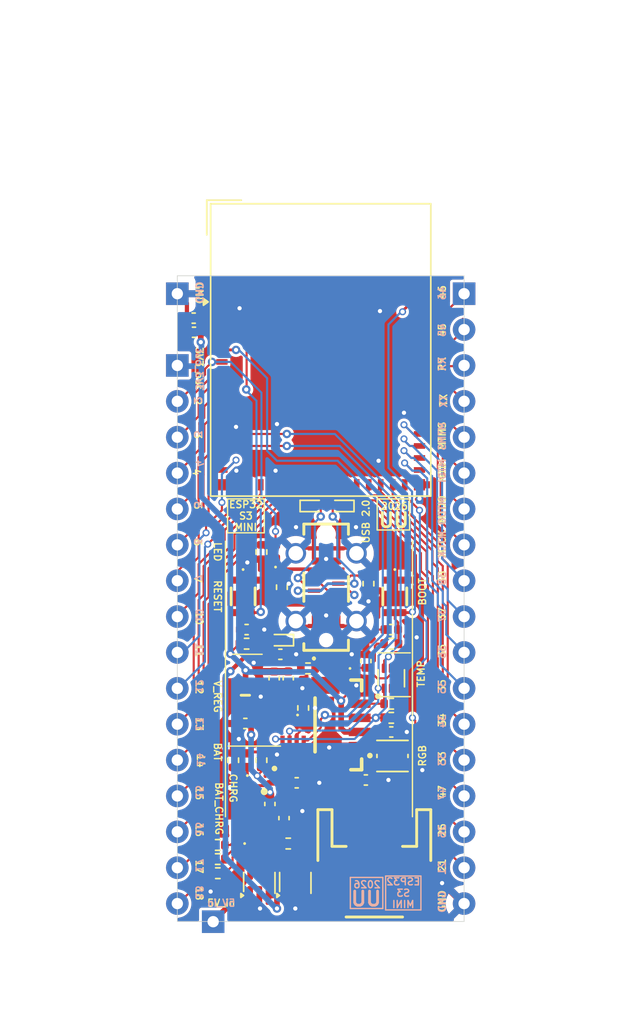
<source format=kicad_pcb>
(kicad_pcb (version 20241229) (generator "pcbnew") (generator_version "9.0")
  (layers (0 "F.Cu" signal) (2 "B.Cu" signal) (13 "F.Paste" user) (15 "B.Paste" user) (5 "F.SilkS" user "F.Silkscreen") (7 "B.SilkS" user "B.Silkscreen") (1 "F.Mask" user) (3 "B.Mask" user) (25 "Edge.Cuts" user))
  (net 0 "")
  (net 1 "GND")
  (net 2 "IO34")
  (net 3 "VBAT")
  (net 4 "V_USB")
  (net 5 "IO36")
  (net 6 "IO35")
  (net 7 "BAT_ALRT")
  (net 8 "LED")
  (net 9 "Net-(D5-K)")
  (net 10 "IO37")
  (net 11 "5V")
  (net 12 "3V3")
  (net 13 "Net-(IC1-PG)")
  (net 14 "Net-(IC2-ILIM{slash}VSET)")
  (net 15 "Net-(IC2-TS{slash}MR)")
  (net 16 "Net-(IC2-ISET)")
  (net 20 "Net-(J2-CC1)")
  (net 21 "Net-(J2-CC2)")
  (net 22 "Net-(D2-K)")
  (net 23 "Net-(D2-A)")
  (net 24 "Net-(D3-A)")
  (net 25 "Net-(D3-K)")
  (net 26 "Net-(IC2-~{CE})")
  (net 27 "SCL")
  (net 30 "Net-(D4-A)")
  (net 31 "SDA")
  (net 32 "D+")
  (net 33 "RGB")
  (net 35 "RX")
  (net 36 "TX")
  (net 37 "MTMS")
  (net 38 "MTDI")
  (net 39 "MTDO")
  (net 40 "MTCK")
  (net 43 "D-")
  (net 44 "Net-(S1-NO)")
  (net 45 "Net-(S2-NO)")
  (net 46 "Net-(IC1-SW)")
  (net 47 "IO7")
  (net 48 "IO14")
  (net 49 "IO17")
  (net 50 "IO3")
  (net 51 "IO18")
  (net 52 "IO10")
  (net 53 "IO13")
  (net 54 "IO4")
  (net 55 "IO12")
  (net 56 "IO6")
  (net 57 "IO11")
  (net 58 "IO5")
  (net 59 "IO15")
  (net 60 "IO16")
  (net 61 "IO33")
  (net 62 "IO26")
  (net 63 "IO21")
  (net 64 "IO45")
  (net 65 "IO46")
  (net 66 "IO38")
  (net 67 "IO47")
  (net 72 "V_SYS")
  (net 73 "5V_IN")
  (footprint "Capacitor_SMD:C_0402_1005Metric" (layer "F.Cu") (at 187.4 145.3)
    (property "Reference" "C11" (hide yes))
    (property "Value" "0u1F" (hide yes))
  )
  (footprint "PCM_SparkFun-Resistor:R_0402_1005Metric" (layer "F.Cu") (at 187.4 143.3 180)
    (property "Reference" "R14")
    (property "Value" "4k7")
  )
  (footprint "Package_TO_SOT_SMD:SOT-363_SC-70-6" (layer "F.Cu") (at 180.6 155.9875 90)
    (property "Reference" "U5" (hide yes))
    (property "Value" "LM66100DCK" (hide yes))
  )
  (footprint "PCM_SparkFun-Resistor:R_0402_1005Metric" (layer "F.Cu") (at 178.2 147.3 90)
    (property "Reference" "R9")
    (property "Value" "2k2")
  )
  (footprint "PCM_SparkFun-Resistor:R_0402_1005Metric" (layer "F.Cu") (at 175.1 153.3 180)
    (property "Reference" "TH1")
    (property "Value" "10k")
  )
  (footprint "Diode_SMD:D_SOD-923" (layer "F.Cu") (at 183.9 129.3 180)
    (property "Reference" "D7" (hide yes))
    (property "Value" "ESD9101P2T5G" (hide yes))
  )
  (footprint "Diode_SMD:D_SOD-923" (layer "F.Cu") (at 181.8 129.3)
    (property "Reference" "D8" (hide yes))
    (property "Value" "ESD9101P2T5G" (hide yes))
  )
  (footprint "ESP32:INDC1608X75N" (layer "F.Cu") (at 177.06 142.7 90)
    (property "Reference" "L1" (hide yes))
    (property "Value" "TFM160808ALC-R47MTAA" (hide yes))
  )
  (footprint "Capacitor_SMD:C_0402_1005Metric" (layer "F.Cu") (at 179.8 151.4 90)
    (property "Reference" "C8" (hide yes))
    (property "Value" "1.0uF" (hide yes))
  )
  (footprint "Capacitor_SMD:C_0402_1005Metric" (layer "F.Cu") (at 187.4 138.05 180)
    (property "Reference" "C12" (hide yes))
    (property "Value" "0u1F")
  )
  (footprint "Castellated_Connectors:Castellated_1x16_P2.54mm_D0.80mm" (layer "F.Cu") (at 172.24 138.4)
    (property "Reference" "J8" (hide yes))
    (property "Value" "Castellated_1x16" (hide yes))
  )
  (footprint "PCM_SparkFun-LED:WS2812_2020" (layer "F.Cu") (at 187.485 147 180)
    (property "Reference" "D6")
    (property "Value" "WS2812B")
  )
  (footprint "PCM_SparkFun-Capacitor:C_0402_1005Metric" (layer "F.Cu") (at 177.06 144.7 180)
    (property "Reference" "C5")
    (property "Value" "10uF")
  )
  (footprint "LED_SMD:LED_0402_1005Metric" (layer "F.Cu") (at 183.385 140.8 180)
    (property "Reference" "D4" (hide yes))
    (property "Value" "LED")
  )
  (footprint "PCM_SparkFun-Resistor:R_0402_1005Metric" (layer "F.Cu") (at 175.1 154.3 180)
    (property "Reference" "R2")
    (property "Value" "18k")
  )
  (footprint "PCM_SparkFun-Resistor:R_0402_1005Metric" (layer "F.Cu") (at 185.785 134.8 -90)
    (property "Reference" "R4")
    (property "Value" "5k1")
  )
  (footprint "LED_SMD:LED_0402_1005Metric" (layer "F.Cu") (at 179.2 132.535 90)
    (property "Reference" "D5" (hide yes))
    (property "Value" "LED")
  )
  (footprint "PCM_SparkFun-Resistor:R_0402_1005Metric" (layer "F.Cu") (at 178.2 132.56 -90)
    (property "Reference" "R12")
    (property "Value" "2k2")
  )
  (footprint "ESP32:SON40P220X200X80-11N" (layer "F.Cu") (at 177 151 -90)
    (property "Reference" "IC2" (hide yes))
    (property "Value" "BQ25185DLHR" (hide yes))
  )
  (footprint "PCM_SparkFun-Resistor:R_0402_1005Metric" (layer "F.Cu") (at 175.11 155.3 180)
    (property "Reference" "R3")
    (property "Value" "300")
  )
  (footprint "PCM_SparkFun-Resistor:R_0402_1005Metric" (layer "F.Cu") (at 177.15 139.05)
    (property "Reference" "R13")
    (property "Value" "10k")
  )
  (footprint "Capacitor_SMD:C_0402_1005Metric" (layer "F.Cu") (at 179.54 139.8)
    (property "Reference" "C9" (hide yes))
    (property "Value" "4u7F" (hide yes))
  )
  (footprint "PCM_SparkFun-Connector:JST_1x04_P1.0mm_Vertical_SMD" (layer "F.Cu") (at 183.65 144.8 90)
    (property "Reference" "J3")
    (property "Value" "Qwiic_Vertical")
  )
  (footprint "PCM_SparkFun-Capacitor:C_0402_1005Metric" (layer "F.Cu") (at 185.6 140.28 90)
    (property "Reference" "C14")
    (property "Value" "10nF")
  )
  (footprint "PCM_SparkFun-Semiconductor-Standard:DFN-8_2x2mm_P0.5mm_EP1.2x0.8mm" (layer "F.Cu") (at 180.444 146.9 90)
    (property "Reference" "U3" (hide yes))
    (property "Value" "MAX17048" (hide yes))
  )
  (footprint "ESP32:Castellated_1x01_P2.54mm_D0.80mm" (layer "F.Cu") (at 174.78 158.733 90)
    (property "Reference" "J7" (hide yes))
    (property "Value" "Castellated_1x01" (hide yes))
  )
  (footprint "PCM_SparkFun-Resistor:R_0402_1005Metric" (layer "F.Cu") (at 187.4 144.3 180)
    (property "Reference" "R16")
    (property "Value" "4k7")
  )
  (footprint "PCM_SparkFun-Capacitor:C_0402_1005Metric" (layer "F.Cu") (at 180.7 148.9)
    (property "Reference" "C15")
    (property "Value" "0.1uF")
  )
  (footprint "PCM_SparkFun-Resistor:R_0402_1005Metric" (layer "F.Cu") (at 179.65 135.05 90)
    (property "Reference" "R5")
    (property "Value" "5k1")
  )
  (footprint "Diode_SMD:D_SOD-923" (layer "F.Cu") (at 179.615 138.8 180)
    (property "Reference" "D1" (hide yes))
    (property "Value" "ESD9B5.0ST5G" (hide yes))
  )
  (footprint "Capacitor_SMD:C_0402_1005Metric" (layer "F.Cu") (at 185.6 148.7)
    (property "Reference" "C7" (hide yes))
    (property "Value" "1uF" (hide yes))
  )
  (footprint "PCM_SparkFun-Connector:JST_1x02_P2.0mm_Horizontal_SMD" (layer "F.Cu") (at 186.2 155.4 180)
    (property "Reference" "J1")
    (property "Value" "JST_2mm_LiPo")
  )
  (footprint "PCM_SparkFun-Capacitor:C_0402_1005Metric" (layer "F.Cu") (at 173.42 117 180)
    (property "Reference" "C4")
    (property "Value" "0u1F")
  )
  (footprint "PCM_SparkFun-Resistor:R_0402_1005Metric" (layer "F.Cu") (at 181.16 143.6 -90)
    (property "Reference" "R1" (hide yes))
    (property "Value" "100k")
  )
  (footprint "LED_SMD:LED_0402_1005Metric" (layer "F.Cu") (at 178.1 153.2)
    (property "Reference" "D3" (hide yes))
    (property "Value" "LED RED")
  )
  (footprint "Capacitor_SMD:C_0402_1005Metric" (layer "F.Cu") (at 178.8 150.4 -90)
    (property "Reference" "C6" (hide yes))
    (property "Value" "10uF")
  )
  (footprint "PCM_SparkFun-Capacitor:C_0402_1005Metric" (layer "F.Cu") (at 179.1 141.5 90)
    (property "Reference" "C1")
    (property "Value" "10uF")
  )
  (footprint "PCM_SparkFun-Resistor:R_0402_1005Metric" (layer "F.Cu") (at 180.1 153.2)
    (property "Reference" "R10")
    (property "Value" "2k2")
  )
  (footprint "RF_Module:ESP32-S2-MINI-1" (layer "F.Cu") (at 182.4 118.25)
    (property "Reference" "U2" (hide yes))
    (property "Value" "ESP32-S3-MINI-1")
  )
  (footprint "ESP32:NANOT160AS" (layer "F.Cu") (at 176.9 135.7 -90)
    (property "Reference" "S1" (hide yes))
    (property "Value" "NANOT160AS" (hide yes))
  )
  (footprint "Capacitor_SMD:C_0402_1005Metric" (layer "F.Cu") (at 177.15 138.05)
    (property "Reference" "C10" (hide yes))
    (property "Value" "0u1F" (hide yes))
  )
  (footprint "PCM_SparkFun-Resistor:R_0402_1005Metric" (layer "F.Cu") (at 181.5 140.8)
    (property "Reference" "R11")
    (property "Value" "2k2")
  )
  (footprint "PCM_SparkFun-Semiconductor-Standard:SOT-563" (layer "F.Cu") (at 187.4 141.5 90)
    (property "Reference" "U4")
    (property "Value" "TMP102" (hide yes))
  )
  (footprint "PCM_SparkFun-Resistor:R_0402_1005Metric" (layer "F.Cu") (at 187.4 139.05)
    (property "Reference" "R17")
    (property "Value" "10k")
  )
  (footprint "Package_TO_SOT_SMD:SOT-363_SC-70-6" (layer "F.Cu") (at 178.05 155.9875 90)
    (property "Reference" "U1" (hide yes))
    (property "Value" "LM66100DCK" (hide yes))
  )
  (footprint "ESP32:Castellated_1x01_P2.54mm_D0.80mm" (layer "F.Cu") (at 172.24 114.27)
    (property "Reference" "J4" (hide yes))
    (property "Value" "Castellated_1x01")
  )
  (footprint "PCM_SparkFun-Capacitor:C_0402_1005Metric" (layer "F.Cu") (at 173.4 116 180)
    (property "Reference" "C3")
    (property "Value" "22uF")
  )
  (footprint "PCM_SparkFun-Capacitor:C_0402_1005Metric" (layer "F.Cu") (at 180.1 141.5 90)
    (property "Reference" "C2")
    (property "Value" "10uF")
  )
  (footprint "ESP32:USB412003C" (layer "F.Cu") (at 182.785 135.05 90)
    (property "Reference" "J2" (hide yes))
    (property "Value" "USB4120-03-C" (hide yes))
  )
  (footprint "PCM_SparkFun-Resistor:R_0402_1005Metric" (layer "F.Cu") (at 176.2 147.3 90)
    (property "Reference" "R8")
    (property "Value" "100k")
  )
  (footprint "ESP32:NANOT160AS" (layer "F.Cu") (at 187.65 135.7 -90)
    (property "Reference" "S2" (hide yes))
    (property "Value" "NANOT160AS" (hide yes))
  )
  (footprint "ESP32:TPS6282533DMQR" (layer "F.Cu") (at 179.41 143.6 180)
    (property "Reference" "IC1" (hide yes))
    (property "Value" "TPS6282533DMQR" (hide yes))
  )
  (footprint "LED_SMD:LED_0402_1005Metric" (layer "F.Cu") (at 177.2 147.3 90)
    (property "Reference" "D2" (hide yes))
    (property "Value" "LED GRN" (hide yes))
  )
  (footprint "Castellated_Connectors:Castellated_1x18_P2.54mm_D0.80mm" (layer "F.Cu") (at 192.56 135.86)
    (property "Reference" "J9" (hide yes))
    (property "Value" "Castellated_1x18" (hide yes))
  )
  (gr_line (start 188.7 131) (end 186.4 131) (stroke (width 0.1)) (layer "F.SilkS"))
  (gr_line (start 178.4 128.8) (end 175.8 128.8) (stroke (width 0.1)) (layer "F.SilkS"))
  (gr_line (start 186.45 139.7) (end 188.75 139.7) (stroke (width 0.1)) (layer "F.SilkS"))
  (gr_line (start 178.4 131.2) (end 178.4 128.8) (stroke (width 0.1)) (layer "F.SilkS"))
  (gr_line (start 186.4 128.8) (end 188.7 128.8) (stroke (width 0.1)) (layer "F.SilkS"))
  (gr_line (start 175.85 146.3) (end 179.55 146.3) (stroke (width 0.1)) (layer "F.SilkS"))
  (gr_line (start 175.95 139.8) (end 178.25 139.8) (stroke (width 0.1)) (layer "F.SilkS"))
  (gr_line (start 186.45 142.8) (end 188.75 142.8) (stroke (width 0.1)) (layer "F.SilkS"))
  (gr_line (start 188.9 131.8) (end 188.9 151.3) (stroke (width 0.1)) (layer "F.SilkS"))
  (gr_line (start 186.4 131) (end 186.4 128.8) (stroke (width 0.1)) (layer "F.SilkS"))
  (gr_line (start 175.8 128.8) (end 175.8 131.2) (stroke (width 0.1)) (layer "F.SilkS"))
  (gr_line (start 175.65 131.8) (end 175.65 151.3) (stroke (width 0.1)) (layer "F.SilkS"))
  (gr_line (start 188.7 128.8) (end 188.7 131) (stroke (width 0.1)) (layer "F.SilkS"))
  (gr_line (start 175.8 131.2) (end 178.4 131.2) (stroke (width 0.1)) (layer "F.SilkS"))
  (gr_line (start 184.5 157.8) (end 186.8 157.8) (stroke (width 0.1)) (layer "B.SilkS"))
  (gr_line (start 187 157.9) (end 187 155.5) (stroke (width 0.1)) (layer "B.SilkS"))
  (gr_line (start 187 155.5) (end 189.5 155.5) (stroke (width 0.1)) (layer "B.SilkS"))
  (gr_line (start 186.8 157.8) (end 186.8 155.6) (stroke (width 0.1)) (layer "B.SilkS"))
  (gr_line (start 189.5 157.9) (end 187 157.9) (stroke (width 0.1)) (layer "B.SilkS"))
  (gr_line (start 184.5 155.6) (end 184.5 157.8) (stroke (width 0.1)) (layer "B.SilkS"))
  (gr_line (start 189.5 155.5) (end 189.5 157.9) (stroke (width 0.1)) (layer "B.SilkS"))
  (gr_line (start 186.8 155.6) (end 184.5 155.6) (stroke (width 0.1)) (layer "B.SilkS"))
  (gr_line (start 192.56 113) (end 192.56 158.72) (stroke (width 0.05)) (layer "Edge.Cuts"))
  (gr_line (start 172.24 158.72) (end 172.24 113) (stroke (width 0.05)) (layer "Edge.Cuts"))
  (gr_line (start 192.56 113) (end 172.24 113) (stroke (width 0.05)) (layer "Edge.Cuts"))
  (gr_line (start 172.24 158.72) (end 192.56 158.72) (stroke (width 0.05)) (layer "Edge.Cuts"))
  (gr_text "14\n" (at 173.6 146.8 270) (layer "F.SilkS") (effects (font (size 0.5 0.5) (thickness 0.1)) (justify left bottom)))
  (gr_text "MTDI" (at 191.3 127.7 90) (layer "F.SilkS") (effects (font (size 0.5 0.5) (thickness 0.1)) (justify left bottom)))
  (gr_text "2" (at 173.4 121.6 270) (layer "F.SilkS") (effects (font (size 0.5 0.5) (thickness 0.1)) (justify left bottom)))
  (gr_text "7" (at 173.4 134.2 270) (layer "F.SilkS") (effects (font (size 0.5 0.5) (thickness 0.1)) (justify left bottom)))
  (gr_text "35" (at 191.3 142.6 90) (layer "F.SilkS") (effects (font (size 0.5 0.5) (thickness 0.1)) (justify left bottom)))
  (gr_text "11" (at 173.5 139 270) (layer "F.SilkS") (effects (font (size 0.5 0.5) (thickness 0.1)) (justify left bottom)))
  (gr_text "16" (at 173.5 151.7 270) (layer "F.SilkS") (effects (font (size 0.5 0.5) (thickness 0.1)) (justify left bottom)))
  (gr_text "5" (at 173.4 129 270) (layer "F.SilkS") (effects (font (size 0.5 0.5) (thickness 0.1)) (justify left bottom)))
  (gr_text "RESET" (at 174.8 134.5 270) (layer "F.SilkS") (effects (font (size 0.5 0.5) (thickness 0.1)) (justify left bottom)))
  (gr_text "26" (at 191.3 152.8 90) (layer "F.SilkS") (effects (font (size 0.5 0.5) (thickness 0.1)) (justify left bottom)))
  (gr_text "45" (at 191.3 117.4 90) (layer "F.SilkS") (effects (font (size 0.5 0.5) (thickness 0.1)) (justify left bottom)))
  (gr_text "46" (at 191.3 114.7 90) (layer "F.SilkS") (effects (font (size 0.5 0.5) (thickness 0.1)) (justify left bottom)))
  (gr_text "MTMS" (at 191.3 125.4 90) (layer "F.SilkS") (effects (font (size 0.5 0.5) (thickness 0.1)) (justify left bottom)))
  (gr_text "3" (at 173.4 124 270) (layer "F.SilkS") (effects (font (size 0.5 0.5) (thickness 0.1)) (justify left bottom)))
  (gr_text "10\n" (at 173.5 136.7 270) (layer "F.SilkS") (effects (font (size 0.5 0.5) (thickness 0.1)) (justify left bottom)))
  (gr_text "12" (at 173.5 141.6 270) (layer "F.SilkS") (effects (font (size 0.5 0.5) (thickness 0.1)) (justify left bottom)))
  (gr_text "21" (at 191.3 155.3 90) (layer "F.SilkS") (effects (font (size 0.5 0.5) (thickness 0.1)) (justify left bottom)))
  (gr_text "18" (at 173.5 156.2 270) (layer "F.SilkS") (effects (font (size 0.5 0.5) (thickness 0.1)) (justify left bottom)))
  (gr_text "MTDO" (at 191.3 130.6 90) (layer "F.SilkS") (effects (font (size 0.5 0.5) (thickness 0.1)) (justify left bottom)))
  (gr_text "37" (at 191.3 137.5 90) (layer "F.SilkS") (effects (font (size 0.5 0.5) (thickness 0.1)) (justify left bottom)))
  (gr_text "3V3_out\n" (at 173.5 118 270) (layer "F.SilkS") (effects (font (size 0.5 0.5) (thickness 0.1)) (justify left bottom)))
  (gr_text "2026" (at 186.6 129.6 0) (layer "F.SilkS") (effects (font (size 0.5 0.5) (thickness 0.1) (bold yes)) (justify left bottom)))
  (gr_text "CHRG" (at 175.9 148.2 270) (layer "F.SilkS") (effects (font (size 0.5 0.5) (thickness 0.1)) (justify left bottom)))
  (gr_text "LED" (at 174.8 131.8 270) (layer "F.SilkS") (effects (font (size 0.5 0.5) (thickness 0.1)) (justify left bottom)))
  (gr_text "RGB" (at 189.9 147.8 90) (layer "F.SilkS") (effects (font (size 0.5 0.5) (thickness 0.1)) (justify left bottom)))
  (gr_text "TX" (at 191.4 122.3 90) (layer "F.SilkS") (effects (font (size 0.5 0.5) (thickness 0.1)) (justify left bottom)))
  (gr_text "GND\n" (at 173.5 113.4 270) (layer "F.SilkS") (effects (font (size 0.5 0.5) (thickness 0.1)) (justify left bottom)))
  (gr_text "36" (at 191.3 140.1 90) (layer "F.SilkS") (effects (font (size 0.5 0.5) (thickness 0.1)) (justify left bottom)))
  (gr_text "47" (at 191.3 150.1 90) (layer "F.SilkS") (effects (font (size 0.5 0.5) (thickness 0.1)) (justify left bottom)))
  (gr_text "TEMP" (at 189.8 142.2 90) (layer "F.SilkS") (effects (font (size 0.5 0.5) (thickness 0.1)) (justify left bottom)))
  (gr_text "MTCK" (at 191.3 133 90) (layer "F.SilkS") (effects (font (size 0.5 0.5) (thickness 0.1)) (justify left bottom)))
  (gr_text "BAT" (at 174.8 146 270) (layer "F.SilkS") (effects (font (size 0.5 0.5) (thickness 0.1)) (justify left bottom)))
  (gr_text "38" (at 191.3 134.9 90) (layer "F.SilkS") (effects (font (size 0.5 0.5) (thickness 0.1)) (justify left bottom)))
  (gr_text "15" (at 173.5 149.1 270) (layer "F.SilkS") (effects (font (size 0.5 0.5) (thickness 0.1)) (justify left bottom)))
  (gr_text "4" (at 173.3 126.6 270) (layer "F.SilkS") (effects (font (size 0.5 0.5) (thickness 0.1)) (justify left bottom)))
  (gr_text "5V_in\n" (at 174.3 157.7 0) (layer "F.SilkS") (effects (font (size 0.5 0.5) (thickness 0.1)) (justify left bottom)))
  (gr_text "34" (at 191.3 145 90) (layer "F.SilkS") (effects (font (size 0.5 0.5) (thickness 0.1)) (justify left bottom)))
  (gr_text "13" (at 173.5 144.2 270) (layer "F.SilkS") (effects (font (size 0.5 0.5) (thickness 0.1)) (justify left bottom)))
  (gr_text "17" (at 173.5 154.3 270) (layer "F.SilkS") (effects (font (size 0.5 0.5) (thickness 0.1)) (justify left bottom)))
  (gr_text "BAT_CHRG" (at 174.9 148.8 270) (layer "F.SilkS") (effects (font (size 0.5 0.5) (thickness 0.1)) (justify left bottom)))
  (gr_text "ESP32\nS3\nMINI" (at 177.1 131.1 0) (layer "F.SilkS") (effects (font (size 0.5 0.5) (thickness 0.1) (bold yes)) (justify bottom)))
  (gr_text "USB 2.0" (at 185.9 132 90) (layer "F.SilkS") (effects (font (size 0.5 0.5) (thickness 0.1)) (justify left bottom)))
  (gr_text "6" (at 173.4 131.6 270) (layer "F.SilkS") (effects (font (size 0.5 0.5) (thickness 0.1)) (justify left bottom)))
  (gr_text "RX" (at 191.3 119.8 90) (layer "F.SilkS") (effects (font (size 0.5 0.5) (thickness 0.1)) (justify left bottom)))
  (gr_text "BOOT" (at 189.9 136.4 90) (layer "F.SilkS") (effects (font (size 0.5 0.5) (thickness 0.1)) (justify left bottom)))
  (gr_text "33" (at 191.3 147.7 90) (layer "F.SilkS") (effects (font (size 0.5 0.5) (thickness 0.1)) (justify left bottom)))
  (gr_text "GND\n" (at 191.3 158.1 90) (layer "F.SilkS") (effects (font (size 0.5 0.5) (thickness 0.1)) (justify left bottom)))
  (gr_text "V_REG" (at 174.8 141.6 270) (layer "F.SilkS") (effects (font (size 0.5 0.5) (thickness 0.1)) (justify left bottom)))
  (gr_text "UU" (at 186.4 130.9 0) (layer "F.SilkS") (effects (font (size 1 1) (thickness 0.2) (bold yes)) (justify left bottom)))
  (gr_text "5" (at 173.4 129.5 270) (layer "B.SilkS") (effects (font (size 0.5 0.5) (thickness 0.1)) (justify left bottom mirror)))
  (gr_text "21" (at 191.3 154.4 90) (layer "B.SilkS") (effects (font (size 0.5 0.5) (thickness 0.1)) (justify left bottom mirror)))
  (gr_text "38" (at 191.3 133.9 90) (layer "B.SilkS") (effects (font (size 0.5 0.5) (thickness 0.1)) (justify left bottom mirror)))
  (gr_text "26" (at 191.3 151.8 90) (layer "B.SilkS") (effects (font (size 0.5 0.5) (thickness 0.1)) (justify left bottom mirror)))
  (gr_text "2026" (at 186.7 156.4 0) (layer "B.SilkS") (effects (font (size 0.5 0.5) (thickness 0.1) (bold yes)) (justify left bottom mirror)))
  (gr_text "16" (at 173.5 152.7 270) (layer "B.SilkS") (effects (font (size 0.5 0.5) (thickness 0.1)) (justify left bottom mirror)))
  (gr_text "GND\n" (at 173.5 115 270) (layer "B.SilkS") (effects (font (size 0.5 0.5) (thickness 0.1)) (justify left bottom mirror)))
  (gr_text "TX" (at 191.4 121.4 90) (layer "B.SilkS") (effects (font (size 0.5 0.5) (thickness 0.1)) (justify left bottom mirror)))
  (gr_text "18" (at 173.5 157.2 270) (layer "B.SilkS") (effects (font (size 0.5 0.5) (thickness 0.1)) (justify left bottom mirror)))
  (gr_text "47" (at 191.3 149.1 90) (layer "B.SilkS") (effects (font (size 0.5 0.5) (thickness 0.1)) (justify left bottom mirror)))
  (gr_text "12" (at 173.5 142.6 270) (layer "B.SilkS") (effects (font (size 0.5 0.5) (thickness 0.1)) (justify left bottom mirror)))
  (gr_text "15" (at 173.5 150.1 270) (layer "B.SilkS") (effects (font (size 0.5 0.5) (thickness 0.1)) (justify left bottom mirror)))
  (gr_text "3V3_out\n" (at 173.5 121.2 270) (layer "B.SilkS") (effects (font (size 0.5 0.5) (thickness 0.1)) (justify left bottom mirror)))
  (gr_text "4" (at 173.5 126.6 270) (layer "B.SilkS") (effects (font (size 0.5 0.5) (thickness 0.1)) (justify left bottom mirror)))
  (gr_text "45" (at 191.3 116.3 90) (layer "B.SilkS") (effects (font (size 0.5 0.5) (thickness 0.1)) (justify left bottom mirror)))
  (gr_text "RX" (at 191.3 118.7 90) (layer "B.SilkS") (effects (font (size 0.5 0.5) (thickness 0.1)) (justify left bottom mirror)))
  (gr_text "6" (at 173.4 132.1 270) (layer "B.SilkS") (effects (font (size 0.5 0.5) (thickness 0.1)) (justify left bottom mirror)))
  (gr_text "46" (at 191.3 113.7 90) (layer "B.SilkS") (effects (font (size 0.5 0.5) (thickness 0.1)) (justify left bottom mirror)))
  (gr_text "MTDO" (at 191.3 128.6 90) (layer "B.SilkS") (effects (font (size 0.5 0.5) (thickness 0.1)) (justify left bottom mirror)))
  (gr_text "5V_in" (at 176.4 157.7 0) (layer "B.SilkS") (effects (font (size 0.5 0.5) (thickness 0.1)) (justify left bottom mirror)))
  (gr_text "36" (at 191.3 139.1 90) (layer "B.SilkS") (effects (font (size 0.5 0.5) (thickness 0.1)) (justify left bottom mirror)))
  (gr_text "10\n" (at 173.5 137.6 270) (layer "B.SilkS") (effects (font (size 0.5 0.5) (thickness 0.1)) (justify left bottom mirror)))
  (gr_text "17" (at 173.5 155.3 270) (layer "B.SilkS") (effects (font (size 0.5 0.5) (thickness 0.1)) (justify left bottom mirror)))
  (gr_text "35" (at 191.3 141.6 90) (layer "B.SilkS") (effects (font (size 0.5 0.5) (thickness 0.1)) (justify left bottom mirror)))
  (gr_text "33" (at 191.3 146.7 90) (layer "B.SilkS") (effects (font (size 0.5 0.5) (thickness 0.1)) (justify left bottom mirror)))
  (gr_text "11" (at 173.5 140 270) (layer "B.SilkS") (effects (font (size 0.5 0.5) (thickness 0.1)) (justify left bottom mirror)))
  (gr_text "3" (at 173.4 124.5 270) (layer "B.SilkS") (effects (font (size 0.5 0.5) (thickness 0.1)) (justify left bottom mirror)))
  (gr_text "GND\n" (at 191.3 156.5 90) (layer "B.SilkS") (effects (font (size 0.5 0.5) (thickness 0.1)) (justify left bottom mirror)))
  (gr_text "13" (at 173.5 145.3 270) (layer "B.SilkS") (effects (font (size 0.5 0.5) (thickness 0.1)) (justify left bottom mirror)))
  (gr_text "14\n" (at 173.6 147.8 270) (layer "B.SilkS") (effects (font (size 0.5 0.5) (thickness 0.1)) (justify left bottom mirror)))
  (gr_text "7" (at 173.4 134.7 270) (layer "B.SilkS") (effects (font (size 0.5 0.5) (thickness 0.1)) (justify left bottom mirror)))
  (gr_text "MTMS" (at 191.3 123.3 90) (layer "B.SilkS") (effects (font (size 0.5 0.5) (thickness 0.1)) (justify left bottom mirror)))
  (gr_text "UU" (at 186.8 157.7 0) (layer "B.SilkS") (effects (font (size 1 1) (thickness 0.2) (bold yes)) (justify left bottom mirror)))
  (gr_text "ESP32\nS3\nMINI" (at 188.25 157.8 0) (layer "B.SilkS") (effects (font (size 0.5 0.5) (thickness 0.1)) (justify bottom mirror)))
  (gr_text "2" (at 173.4 122.1 270) (layer "B.SilkS") (effects (font (size 0.5 0.5) (thickness 0.1)) (justify left bottom mirror)))
  (gr_text "34" (at 191.3 144 90) (layer "B.SilkS") (effects (font (size 0.5 0.5) (thickness 0.1)) (justify left bottom mirror)))
  (gr_text "MTDI" (at 191.3 125.9 90) (layer "B.SilkS") (effects (font (size 0.5 0.5) (thickness 0.1)) (justify left bottom mirror)))
  (gr_text "37" (at 191.3 136.5 90) (layer "B.SilkS") (effects (font (size 0.5 0.5) (thickness 0.1)) (justify left bottom mirror)))
  (gr_text "MTCK" (at 191.3 131 90) (layer "B.SilkS") (effects (font (size 0.5 0.5) (thickness 0.1)) (justify left bottom mirror)))
  (segment (start 186.08 148.66) (end 186.12 148.7) (width 0.4) (layer "F.Cu") (net 1))
  (segment (start 178.15 142.8) (end 178.099 142.851) (width 0.2) (layer "F.Cu") (net 1))
  (segment (start 187.4 141.8) (end 187.9 141.3) (width 0.15) (layer "F.Cu") (net 1))
  (segment (start 180.694 145.91) (end 180.694 146.65) (width 0.2) (layer "F.Cu") (net 1))
  (segment (start 184.1 139.8) (end 184.6 139.8) (width 0.15) (layer "F.Cu") (net 1))
  (segment (start 180.694 145.506) (end 180.694 145.91) (width 0.15) (layer "F.Cu") (net 1))
  (segment (start 177.886 142.724) (end 176.234 142.724) (width 0.25) (layer "F.Cu") (net 1))
  (segment (start 178.99 147.89) (end 178.9 147.8) (width 0.2) (layer "F.Cu") (net 1))
  (segment (start 181.92 132.3) (end 180.985 132.3) (width 0.2) (layer "F.Cu") (net 1))
  (segment (start 182 143.6) (end 182 144.6) (width 0.15) (layer "F.Cu") (net 1))
  (segment (start 181.92 137.8) (end 180.985 137.8) (width 0.2) (layer "F.Cu") (net 1))
  (segment (start 176.4 126.8) (end 175.4 127.8) (width 0.2) (layer "F.Cu") (net 1))
  (segment (start 172.391 114.421) (end 172.391 113.686) (width 0.3) (layer "F.Cu") (net 1))
  (segment (start 177.66 138.08) (end 177.63 138.05) (width 0.2) (layer "F.Cu") (net 1))
  (segment (start 181.4 145.2) (end 181 145.2) (width 0.15) (layer "F.Cu") (net 1))
  (segment (start 175.7 143.258) (end 176.234 142.724) (width 0.3) (layer "F.Cu") (net 1))
  (segment (start 179.694 147.288) (end 180.082 146.9) (width 0.2) (layer "F.Cu") (net 1))
  (segment (start 186.12 148.7) (end 187.2 148.7) (width 0.4) (layer "F.Cu") (net 1))
  (segment (start 181.194 147.288) (end 180.806 146.9) (width 0.2) (layer "F.Cu") (net 1))
  (segment (start 183.65 137.8) (end 184.585 137.8) (width 0.2) (layer "F.Cu") (net 1))
  (segment (start 186.5 126.1) (end 187.3 126.9) (width 0.15) (layer "F.Cu") (net 1))
  (segment (start 186.35 138.05) (end 186.92 138.05) (width 0.15) (layer "F.Cu") (net 1))
  (segment (start 176.58 144.7) (end 175.8 144.7) (width 0.3) (layer "F.Cu") (net 1))
  (segment (start 184.6 139.8) (end 186.35 138.05) (width 0.15) (layer "F.Cu") (net 1))
  (segment (start 184.32 130.22) (end 184.9 130.8) (width 0.2) (layer "F.Cu") (net 1))
  (segment (start 177.2 133.3) (end 177.43 133.07) (width 0.15) (layer "F.Cu") (net 1))
  (segment (start 183.87 140.03) (end 184.1 139.8) (width 0.15) (layer "F.Cu") (net 1))
  (segment (start 181.194 147.89) (end 181.194 148.886) (width 0.2) (layer "F.Cu") (net 1))
  (segment (start 174.4 113.8) (end 173.93 114.27) (width 0.2) (layer "F.Cu") (net 1))
  (segment (start 181.38 130.07) (end 180.65 130.8) (width 0.2) (layer "F.Cu") (net 1))
  (segment (start 180.082 146.9) (end 180.444 146.9) (width 0.2) (layer "F.Cu") (net 1))
  (segment (start 178.96 143.1) (end 178.45 143.1) (width 0.2) (layer "F.Cu") (net 1))
  (segment (start 188.5 145.3) (end 187.88 145.3) (width 0.3) (layer "F.Cu") (net 1))
  (segment (start 175.8 144.7) (end 175.7 144.6) (width 0.3) (layer "F.Cu") (net 1))
  (segment (start 175.4 113.8) (end 174.4 113.8) (width 0.2) (layer "F.Cu") (net 1))
  (segment (start 172.92 114.95) (end 172.391 114.421) (width 0.3) (layer "F.Cu") (net 1))
  (segment (start 180.136 134.8) (end 179.91 134.8) (width 0.2) (layer "F.Cu") (net 1))
  (segment (start 177.43 133.07) (end 178.2 133.07) (width 0.15) (layer "F.Cu") (net 1))
  (segment (start 184.585 132.3) (end 184.935 132.65) (width 0.2) (layer "F.Cu") (net 1))
  (segment (start 185.785 135.31) (end 185.785 136.05) (width 0.2) (layer "F.Cu") (net 1))
  (segment (start 180.985 137.8) (end 180.635 137.45) (width 0.2) (layer "F.Cu") (net 1))
  (segment (start 181 145.2) (end 180.694 145.506) (width 0.15) (layer "F.Cu") (net 1))
  (segment (start 172.92 116.98) (end 172.94 117) (width 0.3) (layer "F.Cu") (net 1))
  (segment (start 172.92 116) (end 172.92 114.95) (width 0.3) (layer "F.Cu") (net 1))
  (segment (start 178.27 141.02) (end 177.65 140.4) (width 0.15) (layer "F.Cu") (net 1))
  (segment (start 179.694 147.89) (end 179.694 147.288) (width 0.2) (layer "F.Cu") (net 1))
  (segment (start 178.9 147.8) (end 178.9 147.3) (width 0.2) (layer "F.Cu") (net 1))
  (segment (start 180.806 146.9) (end 180.444 146.9) (width 0.2) (layer "F.Cu") (net 1))
  (segment (start 180.1 141.02) (end 179.1 141.02) (width 0.15) (layer "F.Cu") (net 1))
  (segment (start 191 156) (end 192.359 157.359) (width 0.4) (layer "F.Cu") (net 1))
  (segment (start 176.423 126.8) (end 176.4 126.8) (width 0.2) (layer "F.Cu") (net 1))
  (segment (start 178.05 157.75) (end 178.1 157.8) (width 0.4) (layer "F.Cu") (net 1))
  (segment (start 188.5 126.9) (end 189.4 127.8) (width 0.15) (layer "F.Cu") (net 1))
  (segment (start 184.32 129.3) (end 184.32 130.22) (width 0.2) (layer "F.Cu") (net 1))
  (segment (start 179.1 141.02) (end 178.27 141.02) (width 0.15) (layer "F.Cu") (net 1))
  (segment (start 183.87 140.8) (end 183.87 140.03) (width 0.15) (layer "F.Cu") (net 1))
  (segment (start 180.985 132.3) (end 180.635 132.65) (width 0.2) (layer "F.Cu") (net 1))
  (segment (start 179.91 134.8) (end 179.65 134.54) (width 0.2) (layer "F.Cu") (net 1))
  (segment (start 176.9 133.6) (end 177.2 133.3) (width 0.15) (layer "F.Cu") (net 1))
  (segment (start 180.444 146.9) (end 179.3 146.9) (width 0.2) (layer "F.Cu") (net 1))
  (segment (start 183.65 132.3) (end 184.585 132.3) (width 0.2) (layer "F.Cu") (net 1))
  (segment (start 178.9 147.3) (end 179.3 146.9) (width 0.2) (layer "F.Cu") (net 1))
  (segment (start 192.525 156.725) (end 192.525 156.76) (width 0.15) (layer "F.Cu") (net 1))
  (segment (start 181.194 147.89) (end 181.194 147.288) (width 0.2) (layer "F.Cu") (net 1))
  (segment (start 182 144.6) (end 181.4 145.2) (width 0.15) (layer "F.Cu") (net 1))
  (segment (start 181.38 129.3) (end 181.38 130.07) (width 0.2) (layer "F.Cu") (net 1))
  (segment (start 175.4 115.7) (end 175.4 113.8) (width 0.2) (layer "F.Cu") (net 1))
  (segment (start 178.45 143.1) (end 178.15 142.8) (width 0.2) (layer "F.Cu") (net 1))
  (segment (start 180.6 157.8) (end 180.6 156.875) (width 0.4) (layer "F.Cu") (net 1))
  (segment (start 179.694 147.89) (end 178.99 147.89) (width 0.2) (layer "F.Cu") (net 1))
  (segment (start 187.3 126.9) (end 188.5 126.9) (width 0.15) (layer "F.Cu") (net 1))
  (segment (start 178.05 156.875) (end 178.05 157.75) (width 0.4) (layer "F.Cu") (net 1))
  (segment (start 173.93 114.27) (end 172.341 114.27) (width 0.2) (layer "F.Cu") (net 1))
  (segment (start 187.4 141.8) (end 187.4 142.2125) (width 0.15) (layer "F.Cu") (net 1))
  (segment (start 176.9 134.55) (end 176.9 133.6) (width 0.15) (layer "F.Cu") (net 1))
  (segment (start 181.92 132.3) (end 183.65 132.3) (width 0.2) (layer "F.Cu") (net 1))
  (segment (start 187.2 148.7) (end 187.2 151.7) (width 0.4) (layer "F.Cu") (net 1))
  (segment (start 172.92 116) (end 172.92 116.98) (width 0.3) (layer "F.Cu") (net 1))
  (segment (start 180.694 146.65) (end 180.444 146.9) (width 0.2) (layer "F.Cu") (net 1))
  (segment (start 175.7 144.6) (end 175.7 143.258) (width 0.3) (layer "F.Cu") (net 1))
  (segment (start 184.585 137.8) (end 184.935 137.45) (width 0.2) (layer "F.Cu") (net 1))
  (segment (start 187.9 141.3) (end 187.9 140.7875) (width 0.15) (layer "F.Cu") (net 1))
  (via (at 179.3 123.5) (size 0.5) (drill 0.3) (layers "F.Cu" "B.Cu") (net 1))
  (via (at 188.5 145.3) (size 0.5) (drill 0.3) (layers "F.Cu" "B.Cu") (net 1))
  (via (at 184.925 142) (size 0.5) (drill 0.3) (layers "F.Cu" "B.Cu") (net 1))
  (via (at 176.6 145.8) (size 0.6) (drill 0.3) (layers "F.Cu" "B.Cu") (net 1))
  (via (at 178.1 157.8) (size 0.5) (drill 0.3) (layers "F.Cu" "B.Cu") (net 1))
  (via (at 179.3 146.9) (size 0.5) (drill 0.3) (layers "F.Cu" "B.Cu") (net 1))
  (via (at 189.2 138.6) (size 0.5) (drill 0.3) (layers "F.Cu" "B.Cu") (net 1))
  (via (at 178.15 142.8) (size 0.6) (drill 0.3) (layers "F.Cu" "B.Cu") (net 1))
  (via (at 180.6 157.8) (size 0.5) (drill 0.3) (layers "F.Cu" "B.Cu") (net 1))
  (via (at 191 156) (size 0.6) (drill 0.3) (layers "F.Cu" "B.Cu") (net 1))
  (via (at 181.1 150.9) (size 0.5) (drill 0.3) (layers "F.Cu" "B.Cu") (net 1))
  (via (at 176.65 115.3) (size 0.5) (drill 0.3) (layers "F.Cu" "B.Cu") (net 1))
  (via (at 187.2 148.7) (size 0.5) (drill 0.3) (layers "F.Cu" "B.Cu") (net 1))
  (via (at 174.6 156.6) (size 0.5) (drill 0.3) (layers "F.Cu" "B.Cu") (net 1))
  (via (at 180.66 139.8) (size 0.6) (drill 0.3) (layers "F.Cu" "B.Cu") (net 1))
  (via (at 178.4 138.05) (size 0.5) (drill 0.3) (layers "F.Cu" "B.Cu") (net 1))
  (via (at 176.423 126.8) (size 0.5) (drill 0.3) (layers "F.Cu" "B.Cu") (net 1))
  (via (at 183 146.4) (size 0.5) (drill 0.3) (layers "F.Cu" "B.Cu") (net 1))
  (via (at 182 143.6) (size 0.5) (drill 0.3) (layers "F.Cu" "B.Cu") (net 1))
  (via (at 184.9 130.8) (size 0.5) (drill 0.3) (layers "F.Cu" "B.Cu") (net 1))
  (via (at 184.6 139.8) (size 0.6) (drill 0.3) (layers "F.Cu" "B.Cu") (net 1))
  (via (at 185.785 136.05) (size 0.6) (drill 0.3) (layers "F.Cu" "B.Cu") (net 1))
  (via (at 181.1 142.2) (size 0.5) (drill 0.3) (layers "F.Cu" "B.Cu") (net 1))
  (via (at 177.65 140.4) (size 0.5) (drill 0.3) (layers "F.Cu" "B.Cu") (net 1))
  (via (at 186.5 126.1) (size 0.5) (drill 0.3) (layers "F.Cu" "B.Cu") (net 1))
  (via (at 189.6 148) (size 0.5) (drill 0.3) (layers "F.Cu" "B.Cu") (net 1))
  (via (at 189.4 128.775) (size 0.5) (drill 0.3) (layers "F.Cu" "B.Cu") (net 1))
  (via (at 180.136 134.8) (size 0.5) (drill 0.3) (layers "F.Cu" "B.Cu") (net 1))
  (via (at 186.6 115.5) (size 0.5) (drill 0.3) (layers "F.Cu" "B.Cu") (net 1))
  (via (at 176.4 123.7) (size 0.5) (drill 0.3) (layers "F.Cu" "B.Cu") (net 1))
  (via (at 179.2 126.8) (size 0.5) (drill 0.3) (layers "F.Cu" "B.Cu") (net 1))
  (via (at 182.785 133.05) (size 0.6) (drill 0.3) (layers "F.Cu" "B.Cu") (net 1))
  (via (at 182.785 137.05) (size 0.6) (drill 0.3) (layers "F.Cu" "B.Cu") (net 1))
  (via (at 182.3 148.9) (size 0.5) (drill 0.3) (layers "F.Cu" "B.Cu") (net 1))
  (via (at 177.2 133.3) (size 0.5) (drill 0.3) (layers "F.Cu" "B.Cu") (net 1))
  (via (at 180.65 130.8) (size 0.5) (drill 0.3) (layers "F.Cu" "B.Cu") (net 1))
  (via (at 188.3 122.7) (size 0.6) (drill 0.3) (layers "F.Cu" "B.Cu") (net 1))
  (segment (start 192.56 144.75) (end 191.4 143.59) (width 0.15) (layer "F.Cu") (net 2))
  (segment (start 191.4 133.405306) (end 191.4 143.59) (width 0.15) (layer "F.Cu") (net 2))
  (segment (start 187.5 128.65) (end 191.024 132.174) (width 0.15) (layer "F.Cu") (net 2))
  (segment (start 191.024 132.174) (end 191.024 133.029306) (width 0.15) (layer "F.Cu") (net 2))
  (segment (start 191.024 133.029306) (end 191.4 133.405306) (width 0.15) (layer "F.Cu") (net 2))
  (segment (start 187.5 127.8) (end 187.5 128.65) (width 0.15) (layer "F.Cu") (net 2))
  (segment (start 180.194 148.074) (end 180.22 148.1) (width 0.2) (layer "F.Cu") (net 3))
  (segment (start 178.379232 149.1) (end 178.589616 148.889616) (width 0.2) (layer "F.Cu") (net 3))
  (segment (start 177.4 150) (end 177.4 149.3) (width 0.2) (layer "F.Cu") (net 3))
  (segment (start 180.194 147.89) (end 180.694 147.89) (width 0.2) (layer "F.Cu") (net 3))
  (segment (start 177.8 149.1) (end 178.379232 149.1) (width 0.2) (layer "F.Cu") (net 3))
  (segment (start 180.710001 149.7) (end 183.6 149.7) (width 0.4) (layer "F.Cu") (net 3))
  (segment (start 178.520654 149.1) (end 178.720654 148.9) (width 0.2) (layer "F.Cu") (net 3))
  (segment (start 178.720654 148.9) (end 180.22 148.9) (width 0.4) (layer "F.Cu") (net 3))
  (segment (start 185.1 151.22) (end 185.12 151.2) (width 0.4) (layer "F.Cu") (net 3))
  (segment (start 185.1 151.585) (end 185.1 148.68) (width 0.4) (layer "F.Cu") (net 3))
  (segment (start 180.22 148.9) (end 180.22 149.209999) (width 0.4) (layer "F.Cu") (net 3))
  (segment (start 177.6 149.1) (end 177.8 149.1) (width 0.2) (layer "F.Cu") (net 3))
  (segment (start 177.4 149.3) (end 177.6 149.1) (width 0.2) (layer "F.Cu") (net 3))
  (segment (start 180.194 147.89) (end 180.194 148.874) (width 0.2) (layer "F.Cu") (net 3))
  (segment (start 180.22 149.209999) (end 180.710001 149.7) (width 0.4) (layer "F.Cu") (net 3))
  (segment (start 177.8 149.1) (end 178.520654 149.1) (width 0.2) (layer "F.Cu") (net 3))
  (segment (start 179.055 139.8) (end 177.2 139.8) (width 0.3) (layer "F.Cu") (net 4))
  (segment (start 179.426 133.774) (end 179 134.2) (width 0.25) (layer "F.Cu") (net 4))
  (segment (start 179.152 136.302) (end 179.154 136.3) (width 0.25) (layer "F.Cu") (net 4))
  (segment (start 183.65 133.8) (end 181.92 133.8) (width 0.25) (layer "F.Cu") (net 4))
  (segment (start 179.154 136.3) (end 181.198043 136.3) (width 0.25) (layer "F.Cu") (net 4))
  (segment (start 179.06 139.8) (end 179.671 140.411) (width 0.2) (layer "F.Cu") (net 4))
  (segment (start 181.198043 136.3) (end 181.200043 136.302) (width 0.25) (layer "F.Cu") (net 4))
  (segment (start 179 134.2) (end 179 136.15) (width 0.25) (layer "F.Cu") (net 4))
  (segment (start 179.671 140.42) (end 180.601 140.42) (width 0.2) (layer "F.Cu") (net 4))
  (segment (start 180.61 140.42) (end 180.99 140.8) (width 0.2) (layer "F.Cu") (net 4))
  (segment (start 179.671 140.411) (end 179.671 140.42) (width 0.2) (layer "F.Cu") (net 4))
  (segment (start 177.2 139.8) (end 176 141) (width 0.3) (layer "F.Cu") (net 4))
  (segment (start 179.055 136.399) (end 179.055 139.3) (width 0.3) (layer "F.Cu") (net 4))
  (segment (start 179.074 138.781) (end 179.055 138.8) (width 0.2) (layer "F.Cu") (net 4))
  (segment (start 179.3 157.8) (end 179.3 156.875) (width 0.4) (layer "F.Cu") (net 4))
  (segment (start 179.152 136.302) (end 179.055 136.399) (width 0.3) (layer "F.Cu") (net 4))
  (segment (start 179.3 156.875) (end 178.7 156.875) (width 0.4) (layer "F.Cu") (net 4))
  (segment (start 181.92 133.8) (end 181.894 133.774) (width 0.25) (layer "F.Cu") (net 4))
  (segment (start 179.055 138.8) (end 179.055 139.8) (width 0.3) (layer "F.Cu") (net 4))
  (segment (start 181.92 136.3) (end 183.65 136.3) (width 0.2) (layer "F.Cu") (net 4))
  (segment (start 181.894 133.774) (end 179.426 133.774) (width 0.25) (layer "F.Cu") (net 4))
  (segment (start 179.176 138.781) (end 179.074 138.781) (width 0.2) (layer "F.Cu") (net 4))
  (segment (start 181.202043 136.3) (end 181.92 136.3) (width 0.25) (layer "F.Cu") (net 4))
  (segment (start 179.95 156.875) (end 179.3 156.875) (width 0.4) (layer "F.Cu") (net 4))
  (segment (start 180.601 140.42) (end 180.61 140.42) (width 0.2) (layer "F.Cu") (net 4))
  (segment (start 179 136.15) (end 179.152 136.302) (width 0.25) (layer "F.Cu") (net 4))
  (segment (start 179.195 138.8) (end 179.176 138.781) (width 0.2) (layer "F.Cu") (net 4))
  (segment (start 181.200043 136.302) (end 181.202043 136.3) (width 0.2) (layer "F.Cu") (net 4))
  (via (at 179.3 157.8) (size 0.6) (drill 0.3) (layers "F.Cu" "B.Cu") (net 4))
  (via (at 176 141) (size 0.6) (drill 0.3) (layers "F.Cu" "B.Cu") (net 4))
  (segment (start 175.65 154.2) (end 179.25 157.8) (width 0.4) (layer "B.Cu") (net 4))
  (segment (start 175.65 141.35) (end 175.65 154.2) (width 0.4) (layer "B.Cu") (net 4))
  (segment (start 179.25 157.8) (end 179.3 157.8) (width 0.4) (layer "B.Cu") (net 4))
  (segment (start 176 141) (end 175.65 141.35) (width 0.4) (layer "B.Cu") (net 4))
  (segment (start 189.4 125.9) (end 188.818177 125.9) (width 0.15) (layer "F.Cu") (net 5))
  (segment (start 188.818177 125.9) (end 188.299488 125.381311) (width 0.15) (layer "F.Cu") (net 5))
  (via (at 188.3 125.381823) (size 0.5) (drill 0.3) (layers "F.Cu" "B.Cu") (net 5))
  (segment (start 191.299 138.409) (end 192.56 139.67) (width 0.15) (layer "B.Cu") (net 5))
  (segment (start 189 125.9) (end 190.298 127.198) (width 0.15) (layer "B.Cu") (net 5))
  (segment (start 190.298 134.594389) (end 191.049 135.345388) (width 0.15) (layer "B.Cu") (net 5))
  (segment (start 188.299488 125.381311) (end 188.818177 125.9) (width 0.15) (layer "B.Cu") (net 5))
  (segment (start 188.818177 125.9) (end 189 125.9) (width 0.15) (layer "B.Cu") (net 5))
  (segment (start 191.049 135.345388) (end 191.049 136.149) (width 0.15) (layer "B.Cu") (net 5))
  (segment (start 191.299 136.399) (end 191.299 138.409) (width 0.15) (layer "B.Cu") (net 5))
  (segment (start 190.298 127.198) (end 190.298 134.594389) (width 0.15) (layer "B.Cu") (net 5))
  (segment (start 191.049 136.149) (end 191.299 136.399) (width 0.15) (layer "B.Cu") (net 5))
  (segment (start 188.347135 126.254671) (end 188.39427 126.301806) (width 0.15) (layer "F.Cu") (net 6))
  (segment (start 189.35 126.8) (end 189.4 126.75) (width 0.15) (layer "F.Cu") (net 6))
  (segment (start 188.398194 126.301806) (end 188.896389 126.8) (width 0.15) (layer "F.Cu") (net 6))
  (segment (start 188.896389 126.8) (end 189.35 126.8) (width 0.15) (layer "F.Cu") (net 6))
  (segment (start 188.39427 126.301806) (end 188.398194 126.301806) (width 0.15) (layer "F.Cu") (net 6))
  (via (at 188.347135 126.254671) (size 0.5) (drill 0.3) (layers "F.Cu" "B.Cu") (net 6))
  (segment (start 190.698 136.294389) (end 190.698 135.498) (width 0.15) (layer "B.Cu") (net 6))
  (segment (start 190.9 136.496389) (end 190.698 136.294389) (width 0.15) (layer "B.Cu") (net 6))
  (segment (start 188.892464 126.8) (end 188.347135 126.254671) (width 0.15) (layer "B.Cu") (net 6))
  (segment (start 189.947 127.347) (end 189.4 126.8) (width 0.15) (layer "B.Cu") (net 6))
  (segment (start 192.56 142.21) (end 190.9 140.55) (width 0.15) (layer "B.Cu") (net 6))
  (segment (start 189.947 134.747) (end 189.947 127.347) (width 0.15) (layer "B.Cu") (net 6))
  (segment (start 189.4 126.8) (end 188.892464 126.8) (width 0.15) (layer "B.Cu") (net 6))
  (segment (start 190.9 140.55) (end 190.9 136.496389) (width 0.15) (layer "B.Cu") (net 6))
  (segment (start 192.37 141.52) (end 192.525 141.52) (width 0.15) (layer "B.Cu") (net 6))
  (segment (start 190.698 135.498) (end 189.947 134.747) (width 0.15) (layer "B.Cu") (net 6))
  (segment (start 181.5 145.9) (end 181.204 145.9) (width 0.15) (layer "F.Cu") (net 7))
  (segment (start 182.7 144.1) (end 182.4 144.4) (width 0.15) (layer "F.Cu") (net 7))
  (segment (start 175.4 118.25) (end 176.4 118.25) (width 0.2) (layer "F.Cu") (net 7))
  (segment (start 181.204 145.9) (end 181.194 145.91) (width 0.15) (layer "F.Cu") (net 7))
  (segment (start 182.4 145) (end 181.5 145.9) (width 0.15) (layer "F.Cu") (net 7))
  (segment (start 182.4 144.4) (end 182.4 145) (width 0.15) (layer "F.Cu") (net 7))
  (via (at 176.4 118.25) (size 0.6) (drill 0.3) (layers "F.Cu" "B.Cu") (net 7))
  (via (at 182.7 144.1) (size 0.6) (drill 0.3) (layers "F.Cu" "B.Cu") (net 7))
  (segment (start 186.8 138.4) (end 186.8 129.3) (width 0.15) (layer "B.Cu") (net 7))
  (segment (start 176.45 118.3) (end 176.4 118.25) (width 0.15) (layer "B.Cu") (net 7))
  (segment (start 178.6 120.25) (end 176.65 118.3) (width 0.15) (layer "B.Cu") (net 7))
  (segment (start 184.3 144.2) (end 185.5 143) (width 0.15) (layer "B.Cu") (net 7))
  (segment (start 179.3 126.1) (end 178.6 125.4) (width 0.15) (layer "B.Cu") (net 7))
  (segment (start 185.5 143) (end 185.5 139.7) (width 0.15) (layer "B.Cu") (net 7))
  (segment (start 185.5 139.7) (end 186.8 138.4) (width 0.15) (layer "B.Cu") (net 7))
  (segment (start 178.6 125.4) (end 178.6 120.25) (width 0.15) (layer "B.Cu") (net 7))
  (segment (start 186.8 129.3) (end 183.6 126.1) (width 0.15) (layer "B.Cu") (net 7))
  (segment (start 182.7 144.1) (end 182.8 144.2) (width 0.15) (layer "B.Cu") (net 7))
  (segment (start 182.8 144.2) (end 184.3 144.2) (width 0.15) (layer "B.Cu") (net 7))
  (segment (start 183.6 126.1) (end 179.3 126.1) (width 0.15) (layer "B.Cu") (net 7))
  (segment (start 176.65 118.3) (end 176.45 118.3) (width 0.15) (layer "B.Cu") (net 7))
  (segment (start 175.4 119.1) (end 174.7 119.1) (width 0.2) (layer "F.Cu") (net 8))
  (segment (start 174.2 119.6) (end 174.2 120) (width 0.15) (layer "F.Cu") (net 8))
  (segment (start 174.7 119.1) (end 174.65 119.05) (width 0.2) (layer "F.Cu") (net 8))
  (segment (start 174.2 120) (end 172.316 121.884) (width 0.15) (layer "F.Cu") (net 8))
  (segment (start 172.316 121.884) (end 172.316 121.814) (width 0.15) (layer "F.Cu") (net 8))
  (segment (start 179.2 132.215) (end 179.2 131.1) (width 0.15) (layer "F.Cu") (net 8))
  (segment (start 174.7 119.1) (end 174.2 119.6) (width 0.15) (layer "F.Cu") (net 8))
  (via (at 179.2 131.1) (size 0.5) (drill 0.3) (layers "F.Cu" "B.Cu") (net 8))
  (via (at 174.7 119.1) (size 0.6) (drill 0.3) (layers "F.Cu" "B.Cu") (net 8))
  (segment (start 176.025 119.1) (end 174.7 119.1) (width 0.15) (layer "B.Cu") (net 8))
  (segment (start 174.7 119.1) (end 174.65 119.05) (width 0.2) (layer "B.Cu") (net 8))
  (segment (start 179.2 131.1) (end 179.2 129.85) (width 0.15) (layer "B.Cu") (net 8))
  (segment (start 178.2 128.85) (end 178.2 121.275) (width 0.15) (layer "B.Cu") (net 8))
  (segment (start 179.2 129.85) (end 178.2 128.85) (width 0.15) (layer "B.Cu") (net 8))
  (segment (start 178.2 121.275) (end 176.025 119.1) (width 0.15) (layer "B.Cu") (net 8))
  (segment (start 179.17 133.02) (end 178.2 132.05) (width 0.15) (layer "F.Cu") (net 9))
  (segment (start 179.2 133.185) (end 179.195 133.185) (width 0.15) (layer "F.Cu") (net 9))
  (segment (start 179.2 133.02) (end 179.17 133.02) (width 0.15) (layer "F.Cu") (net 9))
  (segment (start 188.343192 124.682552) (end 188.71064 125.05) (width 0.15) (layer "F.Cu") (net 10))
  (segment (start 188.71064 125.05) (end 189.4 125.05) (width 0.15) (layer "F.Cu") (net 10))
  (via (at 188.3 124.55) (size 0.5) (drill 0.3) (layers "F.Cu" "B.Cu") (net 10))
  (segment (start 188.9 125.05) (end 190.649 126.799) (width 0.15) (layer "B.Cu") (net 10))
  (segment (start 191.4 135.2) (end 191.4 135.97) (width 0.15) (layer "B.Cu") (net 10))
  (segment (start 190.649 134.449) (end 191.4 135.2) (width 0.15) (layer "B.Cu") (net 10))
  (segment (start 190.649 126.799) (end 190.649 134.449) (width 0.15) (layer "B.Cu") (net 10))
  (segment (start 188.343192 124.682552) (end 188.71064 125.05) (width 0.15) (layer "B.Cu") (net 10))
  (segment (start 191.4 135.97) (end 192.56 137.13) (width 0.15) (layer "B.Cu") (net 10))
  (segment (start 188.71064 125.05) (end 188.9 125.05) (width 0.15) (layer "B.Cu") (net 10))
  (segment (start 180.61 153.519999) (end 180.61 153.2) (width 0.4) (layer "F.Cu") (net 11))
  (segment (start 180.02 152.1) (end 180.61 152.69) (width 0.15) (layer "F.Cu") (net 11))
  (segment (start 177.4 155.1) (end 177.4 154.376208) (width 0.4) (layer "F.Cu") (net 11))
  (segment (start 179.5 152.1) (end 178.9 152.1) (width 0.15) (layer "F.Cu") (net 11))
  (segment (start 178.9 152.1) (end 180.02 152.1) (width 0.15) (layer "F.Cu") (net 11))
  (segment (start 180.093499 154.0365) (end 180.61 153.519999) (width 0.4) (layer "F.Cu") (net 11))
  (segment (start 179.95 154.437501) (end 179.95 155.1) (width 0.4) (layer "F.Cu") (net 11))
  (segment (start 178.9 152.1) (end 177.8 152.1) (width 0.15) (layer "F.Cu") (net 11))
  (segment (start 180.61 153.2) (end 180.61 152.69) (width 0.4) (layer "F.Cu") (net 11))
  (segment (start 179.95 155.1) (end 179.95 154.179999) (width 0.4) (layer "F.Cu") (net 11))
  (segment (start 179.8 151.88) (end 179.72 151.88) (width 0.15) (layer "F.Cu") (net 11))
  (segment (start 179.95 154.179999) (end 180.61 153.519999) (width 0.4) (layer "F.Cu") (net 11))
  (segment (start 179.548999 154.0365) (end 179.95 154.437501) (width 0.4) (layer "F.Cu") (net 11))
  (segment (start 177.4 154.376208) (end 177.739708 154.0365) (width 0.4) (layer "F.Cu") (net 11))
  (segment (start 179.548999 154.0365) (end 180.093499 154.0365) (width 0.4) (layer "F.Cu") (net 11))
  (segment (start 179.72 151.88) (end 179.5 152.1) (width 0.15) (layer "F.Cu") (net 11))
  (segment (start 177.739708 154.0365) (end 179.548999 154.0365) (width 0.4) (layer "F.Cu") (net 11))
  (segment (start 187.95 146.45) (end 188.4 146.45) (width 0.3) (layer "F.Cu") (net 12))
  (segment (start 179.02 141.9) (end 179.1 141.98) (width 0.4) (layer "F.Cu") (net 12))
  (segment (start 173.9 117.7) (end 173.9 117) (width 0.4) (layer "F.Cu") (net 12))
  (segment (start 186.236 140.264) (end 186.236 139.214) (width 0.15) (layer "F.Cu") (net 12))
  (segment (start 185.6 140.76) (end 185.62 140.78) (width 0.2) (layer "F.Cu") (net 12))
  (segment (start 173.95 116.55) (end 173.9 116.6) (width 0.4) (layer "F.Cu") (net 12))
  (segment (start 188.4 146.45) (end 188.43 146.48) (width 0.3) (layer "F.Cu") (net 12))
  (segment (start 179.1 141.98) (end 177.14 141.98) (width 0.4) (layer "F.Cu") (net 12))
  (segment (start 186.92 145.3) (end 186.92 145.42) (width 0.3) (layer "F.Cu") (net 12))
  (segment (start 187.4 141.176848) (end 187.4 140.7875) (width 0.15) (layer "F.Cu") (net 12))
  (segment (start 173.9 116.02) (end 173.88 116) (width 0.4) (layer "F.Cu") (net 12))
  (segment (start 175.4 116.55) (end 173.95 116.55) (width 0.4) (layer "F.Cu") (net 12))
  (segment (start 184.4 142.5) (end 184.4 141.3) (width 0.15) (layer "F.Cu") (net 12))
  (segment (start 183.84032 143.05968) (end 184.4 142.5) (width 0.15) (layer "F.Cu") (net 12))
  (segment (start 184.4 141.3) (end 184.94 140.76) (width 0.15) (layer "F.Cu") (net 12))
  (segment (start 185.65 140.78) (end 185.72 140.78) (width 0.15) (layer "F.Cu") (net 12))
  (segment (start 185.68 140.78) (end 186.4 141.5) (width 0.15) (layer "F.Cu") (net 12))
  (segment (start 186.4 139.05) (end 186.89 139.05) (width 0.15) (layer "F.Cu") (net 12))
  (segment (start 187.91 144.3) (end 187.91 144.31) (width 0.15) (layer "F.Cu") (net 12))
  (segment (start 187.91 144.3) (end 187.91 143.3) (width 0.15) (layer "F.Cu") (net 12))
  (segment (start 173.9 117) (end 173.9 116.02) (width 0.4) (layer "F.Cu") (net 12))
  (segment (start 187.076848 141.5) (end 187.4 141.176848) (width 0.15) (layer "F.Cu") (net 12))
  (segment (start 185.72 140.78) (end 186.236 140.264) (width 0.15) (layer "F.Cu") (net 12))
  (segment (start 185.62 140.78) (end 185.65 140.78) (width 0.2) (layer "F.Cu") (net 12))
  (segment (start 185.161 145.3) (end 186.92 145.3) (width 0.4) (layer "F.Cu") (net 12))
  (segment (start 176 139.775) (end 176 139.69) (width 0.15) (layer "F.Cu") (net 12))
  (segment (start 184.94 140.76) (end 185.6 140.76) (width 0.15) (layer "F.Cu") (net 12))
  (segment (start 176 139.69) (end 176.64 139.05) (width 0.15) (layer "F.Cu") (net 12))
  (segment (start 183.84032 143.088998) (end 183.84032 143.05968) (width 0.15) (layer "F.Cu") (net 12))
  (segment (start 177.14 141.98) (end 177.06 141.9) (width 0.4) (layer "F.Cu") (net 12))
  (segment (start 184.1 145.3) (end 185.161 145.3) (width 0.4) (layer "F.Cu") (net 12))
  (segment (start 186.236 139.214) (end 186.4 139.05) (width 0.15) (layer "F.Cu") (net 12))
  (segment (start 183.84032 143.088998) (end 183.85 143.098678) (width 0.4) (layer "F.Cu") (net 12))
  (segment (start 180.1 141.98) (end 179.1 141.98) (width 0.15) (layer "F.Cu") (net 12))
  (segment (start 180.06 143.1) (end 180.06 142.02) (width 0.2) (layer "F.Cu") (net 12))
  (segment (start 183.85 145.05) (end 184.1 145.3) (width 0.4) (layer "F.Cu") (net 12))
  (segment (start 177.075 140.925) (end 177.075 142.025) (width 0.4) (layer "F.Cu") (net 12))
  (segment (start 180.06 142.02) (end 180.1 141.98) (width 0.2) (layer "F.Cu") (net 12))
  (segment (start 186.92 145.42) (end 187.95 146.45) (width 0.3) (layer "F.Cu") (net 12))
  (segment (start 186.4 141.5) (end 187.076848 141.5) (width 0.15) (layer "F.Cu") (net 12))
  (segment (start 185.65 140.78) (end 185.68 140.78) (width 0.15) (layer "F.Cu") (net 12))
  (segment (start 187.91 144.31) (end 186.92 145.3) (width 0.15) (layer "F.Cu") (net 12))
  (segment (start 183.85 143.098678) (end 183.85 145.05) (width 0.4) (layer "F.Cu") (net 12))
  (segment (start 188.43 146.48) (end 188.43 146.5) (width 0.3) (layer "F.Cu") (net 12))
  (via (at 183.84032 143.088998) (size 0.6) (drill 0.3) (layers "F.Cu" "B.Cu") (net 12))
  (via (at 176 139.775) (size 0.6) (drill 0.3) (layers "F.Cu" "B.Cu") (net 12))
  (via (at 177.075 140.925) (size 0.6) (drill 0.3) (layers "F.Cu" "B.Cu") (net 12))
  (via (at 173.9 117.7) (size 0.6) (drill 0.3) (layers "F.Cu" "B.Cu") (net 12))
  (segment (start 173.949 119.4) (end 173.949 128.649) (width 0.4) (layer "B.Cu") (net 12))
  (segment (start 173.9 117.7) (end 173.949 117.749) (width 0.4) (layer "B.Cu") (net 12))
  (segment (start 176 130.7) (end 176 139.775) (width 0.4) (layer "B.Cu") (net 12))
  (segment (start 177.05937 140.90937) (end 177.05937 140.83437) (width 0.4) (layer "B.Cu") (net 12))
  (segment (start 181.802322 141.051) (end 177.201 141.051) (width 0.4) (layer "B.Cu") (net 12))
  (segment (start 177.075 140.922138) (end 177.097138 140.9) (width 0.4) (layer "B.Cu") (net 12))
  (segment (start 177.075 140.925) (end 177.075 140.922138) (width 0.4) (layer "B.Cu") (net 12))
  (segment (start 177.05937 140.83437) (end 176 139.775) (width 0.4) (layer "B.Cu") (net 12))
  (segment (start 177.201 141.051) (end 177.075 140.925) (width 0.4) (layer "B.Cu") (net 12))
  (segment (start 172.441 119.4) (end 172.441 119.35) (width 0.4) (layer "B.Cu") (net 12))
  (segment (start 183.84032 143.088998) (end 181.802322 141.051) (width 0.4) (layer "B.Cu") (net 12))
  (segment (start 173.949 119.4) (end 172.441 119.4) (width 0.4) (layer "B.Cu") (net 12))
  (segment (start 173.949 117.749) (end 173.949 119.4) (width 0.4) (layer "B.Cu") (net 12))
  (segment (start 177.075 140.925) (end 177.05937 140.90937) (width 0.4) (layer "B.Cu") (net 12))
  (segment (start 173.949 128.649) (end 176 130.7) (width 0.4) (layer "B.Cu") (net 12))
  (segment (start 180.06 143.6) (end 180.475 143.6) (width 0.2) (layer "F.Cu") (net 13))
  (segment (start 180.985 143.09) (end 181.16 143.09) (width 0.2) (layer "F.Cu") (net 13))
  (segment (start 180.475 143.6) (end 180.985 143.09) (width 0.2) (layer "F.Cu") (net 13))
  (segment (start 176.6 152.1) (end 176.6 153.2) (width 0.15) (layer "F.Cu") (net 14))
  (segment (start 176.6 153.2) (end 176.156 153.644) (width 0.15) (layer "F.Cu") (net 14))
  (segment (start 175.61 154.19) (end 175.61 154.3) (width 0.15) (layer "F.Cu") (net 14))
  (segment (start 176.156 153.658984) (end 175.918984 153.896) (width 0.15) (layer "F.Cu") (net 14))
  (segment (start 175.918984 153.896) (end 175.904 153.896) (width 0.15) (layer "F.Cu") (net 14))
  (segment (start 175.904 153.896) (end 175.61 154.19) (width 0.15) (layer "F.Cu") (net 14))
  (segment (start 176.156 153.644) (end 176.156 153.658984) (width 0.15) (layer "F.Cu") (net 14))
  (segment (start 176.2 152.1) (end 176.2 153.1) (width 0.15) (layer "F.Cu") (net 15))
  (segment (start 176 153.3) (end 175.61 153.3) (width 0.15) (layer "F.Cu") (net 15))
  (segment (start 176.2 153.1) (end 176 153.3) (width 0.15) (layer "F.Cu") (net 15))
  (segment (start 175.62 155.3) (end 176.156 154.764) (width 0.15) (layer "F.Cu") (net 16))
  (segment (start 177 153.311373) (end 177 152.1) (width 0.15) (layer "F.Cu") (net 16))
  (segment (start 176.156 154.764) (end 176.156 154.155372) (width 0.15) (layer "F.Cu") (net 16))
  (segment (start 176.156 154.155372) (end 177 153.311373) (width 0.15) (layer "F.Cu") (net 16))
  (segment (start 181.92 135.8) (end 181.099588 135.8) (width 0.15) (layer "F.Cu") (net 20))
  (segment (start 180.230412 135.56) (end 179.65 135.56) (width 0.15) (layer "F.Cu") (net 20))
  (segment (start 181.099588 135.8) (end 181.023588 135.876) (width 0.15) (layer "F.Cu") (net 20))
  (segment (start 180.546412 135.876) (end 180.230412 135.56) (width 0.15) (layer "F.Cu") (net 20))
  (segment (start 181.023588 135.876) (end 180.546412 135.876) (width 0.15) (layer "F.Cu") (net 20))
  (segment (start 185.14 134.29) (end 185.785 134.29) (width 0.15) (layer "F.Cu") (net 21))
  (segment (start 184.470412 134.3) (end 184.546412 134.224) (width 0.15) (layer "F.Cu") (net 21))
  (segment (start 184.546412 134.224) (end 185.023588 134.224) (width 0.15) (layer "F.Cu") (net 21))
  (segment (start 185.13 134.3) (end 185.14 134.29) (width 0.15) (layer "F.Cu") (net 21))
  (segment (start 185.099588 134.3) (end 185.13 134.3) (width 0.15) (layer "F.Cu") (net 21))
  (segment (start 185.023588 134.224) (end 185.099588 134.3) (width 0.15) (layer "F.Cu") (net 21))
  (segment (start 183.65 134.3) (end 184.470412 134.3) (width 0.15) (layer "F.Cu") (net 21))
  (segment (start 177 150) (end 177 148.5) (width 0.2) (layer "F.Cu") (net 22))
  (segment (start 177.2 148.3) (end 177.2 147.785) (width 0.2) (layer "F.Cu") (net 22))
  (segment (start 177 148.5) (end 177.2 148.3) (width 0.2) (layer "F.Cu") (net 22))
  (segment (start 178.175 146.715) (end 178.2 146.69) (width 0.2) (layer "F.Cu") (net 23))
  (segment (start 177.2 146.715) (end 178.175 146.715) (width 0.2) (layer "F.Cu") (net 23))
  (segment (start 179.59 153.2) (end 178.585 153.2) (width 0.15) (layer "F.Cu") (net 24))
  (segment (start 177.4 152.1) (end 177.4 152.985) (width 0.15) (layer "F.Cu") (net 25))
  (segment (start 177.4 152.985) (end 177.615 153.2) (width 0.15) (layer "F.Cu") (net 25))
  (segment (start 176.6 148.5) (end 176.2 148.1) (width 0.2) (layer "F.Cu") (net 26))
  (segment (start 176.2 148.1) (end 176.2 147.81) (width 0.2) (layer "F.Cu") (net 26))
  (segment (start 176.6 150) (end 176.6 148.5) (width 0.2) (layer "F.Cu") (net 26))
  (segment (start 186.9 142.2125) (end 186.4875 142.2125) (width 0.15) (layer "F.Cu") (net 27))
  (segment (start 180.194 145.91) (end 180.194 145.24) (width 0.15) (layer "F.Cu") (net 27))
  (segment (start 175.4 125.05) (end 180 125.05) (width 0.15) (layer "F.Cu") (net 27))
  (segment (start 186.4875 142.2125) (end 186.475 142.2) (width 0.15) (layer "F.Cu") (net 27))
  (segment (start 186.89 143.3) (end 186.9 143.29) (width 0.2) (layer "F.Cu") (net 27))
  (segment (start 186.9 143.29) (end 186.9 142.2125) (width 0.15) (layer "F.Cu") (net 27))
  (segment (start 186.3 143.3) (end 186.89 143.3) (width 0.15) (layer "F.Cu") (net 27))
  (segment (start 185.411 143.3) (end 186.3 143.3) (width 0.15) (layer "F.Cu") (net 27))
  (segment (start 186.386 142.1) (end 186.486 142.2) (width 0.2) (layer "F.Cu") (net 27))
  (via (at 180 125.05) (size 0.6) (drill 0.3) (layers "F.Cu" "B.Cu") (net 27))
  (via (at 186.475 142.2) (size 0.5) (drill 0.3) (layers "F.Cu" "B.Cu") (net 27))
  (via (at 180.194 145.24) (size 0.5) (drill 0.3) (layers "F.Cu" "B.Cu") (net 27))
  (segment (start 186.475 143.175) (end 184.45 145.2) (width 0.15) (layer "B.Cu") (net 27))
  (segment (start 186.5 139.9) (end 187.709 138.691) (width 0.15) (layer "B.Cu") (net 27))
  (segment (start 180.234 145.2) (end 180.194 145.24) (width 0.15) (layer "B.Cu") (net 27))
  (segment (start 186.475 142.2) (end 186.475 143.175) (width 0.15) (layer "B.Cu") (net 27))
  (segment (start 184.45 145.2) (end 180.234 145.2) (width 0.15) (layer "B.Cu") (net 27))
  (segment (start 187.709 129.005388) (end 183.753612 125.05) (width 0.15) (layer "B.Cu") (net 27))
  (segment (start 187.709 138.691) (end 187.709 129.005388) (width 0.15) (layer "B.Cu") (net 27))
  (segment (start 186.386 142.1) (end 186.4 142.086) (width 0.2) (layer "B.Cu") (net 27))
  (segment (start 186.4 142.086) (end 186.5 141.986) (width 0.15) (layer "B.Cu") (net 27))
  (segment (start 183.753612 125.05) (end 180 125.05) (width 0.15) (layer "B.Cu") (net 27))
  (segment (start 186.5 141.986) (end 186.5 139.9) (width 0.15) (layer "B.Cu") (net 27))
  (segment (start 182.01 140.8) (end 182.9 140.8) (width 0.15) (layer "F.Cu") (net 30))
  (segment (start 185.411 144.3) (end 186.3 144.3) (width 0.15) (layer "F.Cu") (net 31))
  (segment (start 176.617877 124.226) (end 176.182123 124.226) (width 0.15) (layer "F.Cu") (net 31))
  (segment (start 187.17651 139.974949) (end 186.9 140.251459) (width 0.15) (layer "F.Cu") (net 31))
  (segment (start 179.686983 145.902983) (end 179.694 145.91) (width 0.15) (layer "F.Cu") (net 31))
  (segment (start 187.2 139.974949) (end 187.17651 139.974949) (width 0.15) (layer "F.Cu") (net 31))
  (segment (start 186.3 144.3) (end 186.89 144.3) (width 0.15) (layer "F.Cu") (net 31))
  (segment (start 176.182123 124.226) (end 176.156123 124.2) (width 0.15) (layer "F.Cu") (net 31))
  (segment (start 179.2 145.8) (end 179.584 145.8) (width 0.15) (layer "F.Cu") (net 31))
  (segment (start 180 124.2) (end 176.643877 124.2) (width 0.15) (layer "F.Cu") (net 31))
  (segment (start 186.9 140.251459) (end 186.9 140.7875) (width 0.15) (layer "F.Cu") (net 31))
  (segment (start 176.156123 124.2) (end 175.4 124.2) (width 0.15) (layer "F.Cu") (net 31))
  (segment (start 176.643877 124.2) (end 176.617877 124.226) (width 0.15) (layer "F.Cu") (net 31))
  (segment (start 179.584 145.8) (end 179.694 145.91) (width 0.15) (layer "F.Cu") (net 31))
  (via (at 180 124.2) (size 0.6) (drill 0.3) (layers "F.Cu" "B.Cu") (net 31))
  (via (at 187.2 139.974949) (size 0.5) (drill 0.3) (layers "F.Cu" "B.Cu") (net 31))
  (via (at 179.2 145.8) (size 0.5) (drill 0.3) (layers "F.Cu" "B.Cu") (net 31))
  (via (at 186.3 144.3) (size 0.6) (drill 0.3) (layers "F.Cu" "B.Cu") (net 31))
  (segment (start 180 124.2) (end 183.4 124.2) (width 0.15) (layer "B.Cu") (net 31))
  (segment (start 187.229487 139.945462) (end 187.229487 139.830513) (width 0.15) (layer "B.Cu") (net 31))
  (segment (start 179.2 145.8) (end 184.8 145.8) (width 0.15) (layer "B.Cu") (net 31))
  (segment (start 187.229487 139.830513) (end 188.06 139) (width 0.15) (layer "B.Cu") (net 31))
  (segment (start 183.4 124.2) (end 188 128.8) (width 0.15) (layer "B.Cu") (net 31))
  (segment (start 187 143.6) (end 186.3 144.3) (width 0.15) (layer "B.Cu") (net 31))
  (segment (start 188.06 139) (end 188.06 128.8) (width 0.15) (layer "B.Cu") (net 31))
  (segment (start 184.8 145.8) (end 186.3 144.3) (width 0.15) (layer "B.Cu") (net 31))
  (segment (start 187.2 139.974949) (end 187 140.174949) (width 0.15) (layer "B.Cu") (net 31))
  (segment (start 187 140.174949) (end 187 143.6) (width 0.15) (layer "B.Cu") (net 31))
  (segment (start 183.65 134.8) (end 184.785 134.8) (width 0.15) (layer "F.Cu") (net 32))
  (segment (start 181.92 135.3) (end 180.785 135.3) (width 0.15) (layer "F.Cu") (net 32))
  (segment (start 183.25 130.2) (end 183.25 127.8) (width 0.15) (layer "F.Cu") (net 32))
  (via (at 184.785 134.8) (size 0.6) (drill 0.3) (layers "F.Cu" "B.Cu") (net 32))
  (via (at 183.25 130.05) (size 0.6) (drill 0.3) (layers "F.Cu" "B.Cu") (net 32))
  (via (at 180.785 135.3) (size 0.6) (drill 0.3) (layers "F.Cu" "B.Cu") (net 32))
  (segment (start 183.581 132.981) (end 183.581 130.381) (width 0.15) (layer "B.Cu") (net 32))
  (segment (start 184.785 134.8) (end 184.785 134.185) (width 0.15) (layer "B.Cu") (net 32))
  (segment (start 184.785 134.185) (end 183.581 132.981) (width 0.15) (layer "B.Cu") (net 32))
  (segment (start 182.9 134.8) (end 184.785 134.8) (width 0.2) (layer "B.Cu") (net 32))
  (segment (start 182.4 135.3) (end 182.9 134.8) (width 0.2) (layer "B.Cu") (net 32))
  (segment (start 183.581 130.381) (end 183.25 130.05) (width 0.15) (layer "B.Cu") (net 32))
  (segment (start 180.785 135.3) (end 182.4 135.3) (width 0.2) (layer "B.Cu") (net 32))
  (segment (start 188.4 147.57) (end 188.43 147.6) (width 0.15) (layer "F.Cu") (net 33))
  (segment (start 188.9 144.3) (end 189.1 144.5) (width 0.15) (layer "F.Cu") (net 33))
  (segment (start 188.39 127.84) (end 188.35 127.8) (width 0.2) (layer "F.Cu") (net 33))
  (segment (start 188.35 128.55) (end 188.35 127.8) (width 0.15) (layer "F.Cu") (net 33))
  (segment (start 189.1 146.85) (end 188.4 147.55) (width 0.15) (layer "F.Cu") (net 33))
  (segment (start 189.4 129.6) (end 188.35 128.55) (width 0.15) (layer "F.Cu") (net 33))
  (segment (start 188.4 147.55) (end 188.4 147.57) (width 0.15) (layer "F.Cu") (net 33))
  (segment (start 189.1 144.5) (end 189.1 146.85) (width 0.15) (layer "F.Cu") (net 33))
  (via (at 189.4 129.6) (size 0.5) (drill 0.3) (layers "F.Cu" "B.Cu") (net 33))
  (via (at 188.9 144.3) (size 0.5) (drill 0.3) (layers "F.Cu" "B.Cu") (net 33))
  (segment (start 188.9 144.3) (end 188.9 141.05) (width 0.15) (layer "B.Cu") (net 33))
  (segment (start 189.3 129.6) (end 189.4 129.6) (width 0.15) (layer "B.Cu") (net 33))
  (segment (start 189.426 137.017877) (end 189.426 129.701) (width 0.15) (layer "B.Cu") (net 33))
  (segment (start 189.9 137.491877) (end 189.426 137.017877) (width 0.15) (layer "B.Cu") (net 33))
  (segment (start 189.4 129.5) (end 189.4 129.6) (width 0.2) (layer "B.Cu") (net 33))
  (segment (start 189.9 140.05) (end 189.9 137.491877) (width 0.15) (layer "B.Cu") (net 33))
  (segment (start 188.9 141.05) (end 189.9 140.05) (width 0.15) (layer "B.Cu") (net 33))
  (segment (start 191.3 119.4) (end 192.51 119.4) (width 0.15) (layer "F.Cu") (net 35))
  (segment (start 192.51 119.4) (end 192.56 119.35) (width 0.15) (layer "F.Cu") (net 35))
  (segment (start 189.4 119.1) (end 191 119.1) (width 0.15) (layer "F.Cu") (net 35))
  (segment (start 191 119.1) (end 191.3 119.4) (width 0.15) (layer "F.Cu") (net 35))
  (segment (start 192.56 121.89) (end 190.62 119.95) (width 0.15) (layer "F.Cu") (net 36))
  (segment (start 190.62 119.95) (end 189.4 119.95) (width 0.15) (layer "F.Cu") (net 36))
  (segment (start 192.56 124.43) (end 191.4 123.27) (width 0.15) (layer "F.Cu") (net 37))
  (segment (start 189.4 120.8) (end 190.65 120.8) (width 0.15) (layer "F.Cu") (net 37))
  (segment (start 190.65 120.8) (end 191.049 121.199) (width 0.15) (layer "F.Cu") (net 37))
  (segment (start 191.049 121.945389) (end 191.4 122.296388) (width 0.15) (layer "F.Cu") (net 37))
  (segment (start 191.4 122.296388) (end 191.4 123.27) (width 0.15) (layer "F.Cu") (net 37))
  (segment (start 191.049 121.199) (end 191.049 121.945389) (width 0.15) (layer "F.Cu") (net 37))
  (segment (start 189.4 121.65) (end 190.25 121.65) (width 0.15) (layer "F.Cu") (net 38))
  (segment (start 190.25 121.65) (end 190.690779 122.090779) (width 0.15) (layer "F.Cu") (net 38))
  (segment (start 192.56 126.97) (end 191.4 125.81) (width 0.15) (layer "F.Cu") (net 38))
  (segment (start 191.4 124.818062) (end 191.4 125.81) (width 0.15) (layer "F.Cu") (net 38))
  (segment (start 190.690779 122.090779) (end 190.698 122.090779) (width 0.15) (layer "F.Cu") (net 38))
  (segment (start 191.049 122.441779) (end 191.049 124.467062) (width 0.15) (layer "F.Cu") (net 38))
  (segment (start 190.698 122.090779) (end 191.049 122.441779) (width 0.15) (layer "F.Cu") (net 38))
  (segment (start 191.049 124.467062) (end 191.4 124.818062) (width 0.15) (layer "F.Cu") (net 38))
  (segment (start 191.4 127.296388) (end 191.049 126.945389) (width 0.15) (layer "F.Cu") (net 39))
  (segment (start 189.7 122.8) (end 189.4 122.5) (width 0.15) (layer "F.Cu") (net 39))
  (segment (start 190.4 122.8) (end 189.7 122.8) (width 0.15) (layer "F.Cu") (net 39))
  (segment (start 192.56 129.51) (end 191.4 128.35) (width 0.15) (layer "F.Cu") (net 39))
  (segment (start 191.049 124.963451) (end 190.698 124.612452) (width 0.15) (layer "F.Cu") (net 39))
  (segment (start 191.4 128.35) (end 191.4 127.296388) (width 0.15) (layer "F.Cu") (net 39))
  (segment (start 190.698 124.612452) (end 190.698 123.098) (width 0.15) (layer "F.Cu") (net 39))
  (segment (start 190.698 123.098) (end 190.4 122.8) (width 0.15) (layer "F.Cu") (net 39))
  (segment (start 191.049 126.945389) (end 191.049 124.963451) (width 0.15) (layer "F.Cu") (net 39))
  (segment (start 190.9 127.292779) (end 190.9 130.39) (width 0.15) (layer "F.Cu") (net 40))
  (segment (start 192.56 132.05) (end 190.9 130.39) (width 0.15) (layer "F.Cu") (net 40))
  (segment (start 190.347 124.757842) (end 190.698 125.108842) (width 0.15) (layer "F.Cu") (net 40))
  (segment (start 190.698 125.108842) (end 190.698 127.090779) (width 0.15) (layer "F.Cu") (net 40))
  (segment (start 189.4 123.35) (end 190.147 123.35) (width 0.15) (layer "F.Cu") (net 40))
  (segment (start 190.147 123.35) (end 190.347 123.55) (width 0.15) (layer "F.Cu") (net 40))
  (segment (start 190.347 123.55) (end 190.347 124.757842) (width 0.15) (layer "F.Cu") (net 40))
  (segment (start 190.698 127.090779) (end 190.9 127.292779) (width 0.15) (layer "F.Cu") (net 40))
  (segment (start 181.185 134.8) (end 180.785 134.4) (width 0.15) (layer "F.Cu") (net 43))
  (segment (start 184.435057 135.3) (end 184.735057 135.6) (width 0.15) (layer "F.Cu") (net 43))
  (segment (start 184.785 135.600003) (end 184.585003 135.600003) (width 0.2) (layer "F.Cu") (net 43))
  (segment (start 184.735057 135.6) (end 184.785 135.6) (width 0.2) (layer "F.Cu") (net 43))
  (segment (start 181.92 134.8) (end 182.4 134.8) (width 0.15) (layer "F.Cu") (net 43))
  (segment (start 183.65 135.3) (end 184.435057 135.3) (width 0.15) (layer "F.Cu") (net 43))
  (segment (start 181.92 134.8) (end 181.185 134.8) (width 0.15) (layer "F.Cu") (net 43))
  (segment (start 182.9 135.3) (end 183.65 135.3) (width 0.15) (layer "F.Cu") (net 43))
  (segment (start 182.4 130.05) (end 182.4 127.8) (width 0.15) (layer "F.Cu") (net 43))
  (segment (start 182.4 134.8) (end 182.9 135.3) (width 0.15) (layer "F.Cu") (net 43))
  (via (at 184.785 135.6) (size 0.6) (drill 0.3) (layers "F.Cu" "B.Cu") (net 43))
  (via (at 182.4 130.05) (size 0.6) (drill 0.3) (layers "F.Cu" "B.Cu") (net 43))
  (via (at 180.785 134.4) (size 0.6) (drill 0.3) (layers "F.Cu" "B.Cu") (net 43))
  (segment (start 181.989 130.461) (end 182.4 130.05) (width 0.15) (layer "B.Cu") (net 43))
  (segment (start 181.989 133.096) (end 181.989 130.461) (width 0.15) (layer "B.Cu") (net 43))
  (segment (start 180.785 134.3) (end 181.989 133.096) (width 0.15) (layer "B.Cu") (net 43))
  (segment (start 180.785 134.4) (end 180.785 134.3) (width 0.2) (layer "B.Cu") (net 43))
  (segment (start 177.66 139.04) (end 176.67 138.05) (width 0.15) (layer "F.Cu") (net 44))
  (segment (start 175.4 117.4) (end 175.2 117.4) (width 0.2) (layer "F.Cu") (net 44))
  (segment (start 178.1 136.85) (end 178.15 136.8) (width 0.2) (layer "F.Cu") (net 44))
  (segment (start 177.15 121.025) (end 177.15 117.8) (width 0.15) (layer "F.Cu") (net 44))
  (segment (start 177.125 121.05) (end 177.15 121.025) (width 0.15) (layer "F.Cu") (net 44))
  (segment (start 176.75 117.4) (end 176.3 117.4) (width 0.15) (layer "F.Cu") (net 44))
  (segment (start 176.9 137.32) (end 176.67 137.55) (width 0.15) (layer "F.Cu") (net 44))
  (segment (start 177.66 139.05) (end 177.66 139.04) (width 0.15) (layer "F.Cu") (net 44))
  (segment (start 176.9 136.85) (end 178.1 136.85) (width 0.2) (layer "F.Cu") (net 44))
  (segment (start 175.4 117.4) (end 176.3 117.4) (width 0.15) (layer "F.Cu") (net 44))
  (segment (start 176.9 137.32) (end 176.9 136.85) (width 0.15) (layer "F.Cu") (net 44))
  (segment (start 176.67 137.55) (end 176.67 138.05) (width 0.15) (layer "F.Cu") (net 44))
  (segment (start 177.15 117.8) (end 176.75 117.4) (width 0.15) (layer "F.Cu") (net 44))
  (via (at 178.15 136.8) (size 0.6) (drill 0.3) (layers "F.Cu" "B.Cu") (net 44))
  (via (at 177.125 121.05) (size 0.6) (drill 0.3) (layers "F.Cu" "B.Cu") (net 44))
  (segment (start 177.125 121.05) (end 177.125 121.125) (width 0.15) (layer "B.Cu") (net 44))
  (segment (start 178 129.15) (end 178.15 129.3) (width 0.15) (layer "B.Cu") (net 44))
  (segment (start 178 129.146389) (end 178 129.15) (width 0.15) (layer "B.Cu") (net 44))
  (segment (start 177.849 121.849) (end 177.849 128.995389) (width 0.15) (layer "B.Cu") (net 44))
  (segment (start 178.15 129.3) (end 178.15 136.8) (width 0.15) (layer "B.Cu") (net 44))
  (segment (start 177.849 128.995389) (end 178 129.146389) (width 0.15) (layer "B.Cu") (net 44))
  (segment (start 177.125 121.125) (end 177.849 121.849) (width 0.15) (layer "B.Cu") (net 44))
  (segment (start 187.91 139.05) (end 187.91 138.08) (width 0.15) (layer "F.Cu") (net 45))
  (segment (start 187.65 137.3) (end 187.88 137.53) (width 0.15) (layer "F.Cu") (net 45))
  (segment (start 188.85 136.85) (end 188.9 136.8) (width 0.2) (layer "F.Cu") (net 45))
  (segment (start 187.65 136.85) (end 188.85 136.85) (width 0.2) (layer "F.Cu") (net 45))
  (segment (start 188.85 114.85) (end 189.4 114.85) (width 0.2) (layer "F.Cu") (net 45))
  (segment (start 187.88 137.53) (end 187.88 138.05) (width 0.15) (layer "F.Cu") (net 45))
  (segment (start 187.91 138.08) (end 187.88 138.05) (width 0.2) (layer "F.Cu") (net 45))
  (segment (start 188.15 115.55) (end 188.85 114.85) (width 0.2) (layer "F.Cu") (net 45))
  (segment (start 187.65 136.85) (end 187.65 137.3) (width 0.15) (layer "F.Cu") (net 45))
  (via (at 188.2 115.55) (size 0.5) (drill 0.3) (layers "F.Cu" "B.Cu") (net 45))
  (via (at 188.9 136.8) (size 0.5) (drill 0.3) (layers "F.Cu" "B.Cu") (net 45))
  (segment (start 188.15 115.651) (end 188.2 115.601) (width 0.2) (layer "B.Cu") (net 45))
  (segment (start 189.075 136.625) (end 189.075 130.1) (width 0.15) (layer "B.Cu") (net 45))
  (segment (start 189.075 130.1) (end 188.874 129.899) (width 0.15) (layer "B.Cu") (net 45))
  (segment (start 188.874 129.899) (end 188.874 128.274) (width 0.15) (layer "B.Cu") (net 45))
  (segment (start 188.874 128.274) (end 187.2 126.6) (width 0.15) (layer "B.Cu") (net 45))
  (segment (start 187.2 126.6) (end 187.2 116.451) (width 0.15) (layer "B.Cu") (net 45))
  (segment (start 188.15 115.55) (end 188.201 115.601) (width 0.2) (layer "B.Cu") (net 45))
  (segment (start 188.9 136.8) (end 189.075 136.625) (width 0.15) (layer "B.Cu") (net 45))
  (segment (start 187.2 116.451) (end 188 115.651) (width 0.15) (layer "B.Cu") (net 45))
  (segment (start 188.9 136.8) (end 188.9 136.7) (width 0.15) (layer "B.Cu") (net 45))
  (segment (start 178.96 143.6) (end 178 143.6) (width 0.2) (layer "F.Cu") (net 46))
  (segment (start 177.06 143.5) (end 177.9 143.5) (width 0.3) (layer "F.Cu") (net 46))
  (segment (start 177.9 143.5) (end 178 143.6) (width 0.3) (layer "F.Cu") (net 46))
  (segment (start 174.099 129.886445) (end 173.992722 129.992722) (width 0.15) (layer "F.Cu") (net 47))
  (segment (start 173.4 130.585445) (end 173.4 132.775) (width 0.15) (layer "F.Cu") (net 47))
  (segment (start 174.102 125.998) (end 174.102 127.090776) (width 0.15) (layer "F.Cu") (net 47))
  (segment (start 174.099 127.093776) (end 174.099 129.886445) (width 0.15) (layer "F.Cu") (net 47))
  (segment (start 174.8917 123.35) (end 174.503 123.7387) (width 0.15) (layer "F.Cu") (net 47))
  (segment (start 175.4 123.35) (end 174.8917 123.35) (width 0.15) (layer "F.Cu") (net 47))
  (segment (start 174.102 127.090776) (end 174.099 127.093776) (width 0.15) (layer "F.Cu") (net 47))
  (segment (start 174.503 123.7387) (end 174.503 125.597) (width 0.15) (layer "F.Cu") (net 47))
  (segment (start 173.4 132.775) (end 172.275 133.9) (width 0.15) (layer "F.Cu") (net 47))
  (segment (start 174.503 125.597) (end 174.102 125.998) (width 0.15) (layer "F.Cu") (net 47))
  (segment (start 173.992722 129.992722) (end 173.4 130.585445) (width 0.15) (layer "F.Cu") (net 47))
  (segment (start 175.590836 131.012775) (end 178.15 128.453611) (width 0.15) (layer "F.Cu") (net 48))
  (segment (start 173.751 143.449) (end 173.751 135.956777) (width 0.15) (layer "F.Cu") (net 48))
  (segment (start 173.751 135.956777) (end 174.102 135.605779) (width 0.15) (layer "F.Cu") (net 48))
  (segment (start 173.13 145.87) (end 173.4 145.6) (width 0.15) (layer "F.Cu") (net 48))
  (segment (start 173.4 143.8) (end 173.751 143.449) (width 0.15) (layer "F.Cu") (net 48))
  (segment (start 174.102 133.562165) (end 174.453 133.211167) (width 0.15) (layer "F.Cu") (net 48))
  (segment (start 175.590836 132.073331) (end 175.590836 131.012775) (width 0.15) (layer "F.Cu") (net 48))
  (segment (start 172.316 147.29) (end 172.316 147.214) (width 0.15) (layer "F.Cu") (net 48))
  (segment (start 174.453 133.211167) (end 175.590836 132.073331) (width 0.15) (layer "F.Cu") (net 48))
  (segment (start 172.316 147.214) (end 173.13 146.4) (width 0.15) (layer "F.Cu") (net 48))
  (segment (start 173.4 145.6) (end 173.4 143.8) (width 0.15) (layer "F.Cu") (net 48))
  (segment (start 178.15 128.453611) (end 178.15 127.8) (width 0.15) (layer "F.Cu") (net 48))
  (segment (start 174.102 135.605779) (end 174.102 133.562165) (width 0.15) (layer "F.Cu") (net 48))
  (segment (start 173.13 146.4) (end 173.13 145.87) (width 0.15) (layer "F.Cu") (net 48))
  (segment (start 174.449 146.049388) (end 174.453 146.045388) (width 0.15) (layer "F.Cu") (net 49))
  (segment (start 175.505999 133.647338) (end 176.643836 132.509501) (width 0.15) (layer "F.Cu") (net 49))
  (segment (start 174.3 150.4) (end 174.3 146.549) (width 0.15) (layer "F.Cu") (net 49))
  (segment (start 174.3 146.549) (end 174.449 146.4) (width 0.15) (layer "F.Cu") (net 49))
  (segment (start 174.453 146.045388) (end 174.453 144.347) (width 0.15) (layer "F.Cu") (net 49))
  (segment (start 176.643836 132.509501) (end 176.643836 131.459775) (width 0.15) (layer "F.Cu") (net 49))
  (segment (start 180.2 128.5) (end 180.5 128.5) (width 0.15) (layer "F.Cu") (net 49))
  (segment (start 175.155 133.998334) (end 175.505999 133.647338) (width 0.15) (layer "F.Cu") (net 49))
  (segment (start 180.5 128.5) (end 180.7 128.3) (width 0.15) (layer "F.Cu") (net 49))
  (segment (start 173.5 151.2) (end 174.3 150.4) (width 0.15) (layer "F.Cu") (net 49))
  (segment (start 174.449 146.4) (end 174.449 146.049388) (width 0.15) (layer "F.Cu") (net 49))
  (segment (start 176.643836 131.459775) (end 179.054611 129.049) (width 0.15) (layer "F.Cu") (net 49))
  (segment (start 172.49 154.91) (end 173.5 153.9) (width 0.15) (layer "F.Cu") (net 49))
  (segment (start 179.054611 129.049) (end 179.651 129.049) (width 0.15) (layer "F.Cu") (net 49))
  (segment (start 174.453 144.347) (end 174.804 143.996) (width 0.15) (layer "F.Cu") (net 49))
  (segment (start 179.651 129.049) (end 180.2 128.5) (width 0.15) (layer "F.Cu") (net 49))
  (segment (start 174.804 136.392944) (end 175.155 136.041948) (width 0.15) (layer "F.Cu") (net 49))
  (segment (start 173.5 153.9) (end 173.5 151.2) (width 0.15) (layer "F.Cu") (net 49))
  (segment (start 174.804 143.996) (end 174.804 136.392944) (width 0.15) (layer "F.Cu") (net 49))
  (segment (start 172.316 154.91) (end 172.49 154.91) (width 0.15) (layer "F.Cu") (net 49))
  (segment (start 180.7 128.3) (end 180.7 127.8) (width 0.15) (layer "F.Cu") (net 49))
  (segment (start 175.155 136.041948) (end 175.155 133.998334) (width 0.15) (layer "F.Cu") (net 49))
  (segment (start 172.275 154.22) (end 172.28 154.22) (width 0.15) (layer "F.Cu") (net 49))
  (segment (start 173.4 121.4) (end 173.4 122.8) (width 0.15) (layer "F.Cu") (net 50))
  (segment (start 174.85 119.95) (end 173.4 121.4) (width 0.15) (layer "F.Cu") (net 50))
  (segment (start 173 123.2) (end 173 123.746) (width 0.15) (layer "F.Cu") (net 50))
  (segment (start 175.4 119.95) (end 174.85 119.95) (width 0.15) (layer "F.Cu") (net 50))
  (segment (start 173 123.746) (end 172.316 124.43) (width 0.15) (layer "F.Cu") (net 50))
  (segment (start 173.4 122.8) (end 173 123.2) (width 0.15) (layer "F.Cu") (net 50))
  (segment (start 175.856998 133.792726) (end 175.856998 133.792729) (width 0.15) (layer "F.Cu") (net 51))
  (segment (start 174.804 144.496) (end 174.804 146.190776) (width 0.15) (layer "F.Cu") (net 51))
  (segment (start 180.349 128.851) (end 179.8 129.4) (width 0.15) (layer "F.Cu") (net 51))
  (segment (start 173.851 151.349) (end 173.851 155.915) (width 0.15) (layer "F.Cu") (net 51))
  (segment (start 177 131.677546) (end 177 132.649724) (width 0.15) (layer "F.Cu") (net 51))
  (segment (start 175.155 144.145) (end 174.804 144.496) (width 0.15) (layer "F.Cu") (net 51))
  (segment (start 181.55 127.8) (end 181.55 128.15) (width 0.15) (layer "F.Cu") (net 51))
  (segment (start 180.849 128.851) (end 180.349 128.851) (width 0.15) (layer "F.Cu") (net 51))
  (segment (start 179.8 129.4) (end 179.277546 129.4) (width 0.15) (layer "F.Cu") (net 51))
  (segment (start 174.8 146.7) (end 174.7 146.8) (width 0.15) (layer "F.Cu") (net 51))
  (segment (start 174.7 146.8) (end 174.7 150.5) (width 0.15) (layer "F.Cu") (net 51))
  (segment (start 174.8 146.194776) (end 174.8 146.7) (width 0.15) (layer "F.Cu") (net 51))
  (segment (start 174.804 146.190776) (end 174.8 146.194776) (width 0.15) (layer "F.Cu") (net 51))
  (segment (start 173.851 155.915) (end 172.316 157.45) (width 0.15) (layer "F.Cu") (net 51))
  (segment (start 179.277546 129.4) (end 177 131.677546) (width 0.15) (layer "F.Cu") (net 51))
  (segment (start 174.7 150.5) (end 173.851 151.349) (width 0.15) (layer "F.Cu") (net 51))
  (segment (start 175.155 136.7) (end 175.155 144.145) (width 0.15) (layer "F.Cu") (net 51))
  (segment (start 181.55 128.15) (end 180.849 128.851) (width 0.15) (layer "F.Cu") (net 51))
  (segment (start 175.506 136.349) (end 175.155 136.7) (width 0.15) (layer "F.Cu") (net 51))
  (segment (start 175.856998 133.792729) (end 175.506 134.143724) (width 0.15) (layer "F.Cu") (net 51))
  (segment (start 177 132.649724) (end 175.856998 133.792726) (width 0.15) (layer "F.Cu") (net 51))
  (segment (start 175.506 134.143724) (end 175.506 136.349) (width 0.15) (layer "F.Cu") (net 51))
  (segment (start 173 136.3) (end 172.316 136.984) (width 0.15) (layer "F.Cu") (net 52))
  (segment (start 174.453 127.55) (end 174.453 130.04617) (width 0.15) (layer "F.Cu") (net 52))
  (segment (start 174.8 125.9) (end 174.453 126.247) (width 0.15) (layer "F.Cu") (net 52))
  (segment (start 175.4 125.9) (end 174.8 125.9) (width 0.15) (layer "F.Cu") (net 52))
  (segment (start 173.4 133.271388) (end 173.4 135.315) (width 0.15) (layer "F.Cu") (net 52))
  (segment (start 174.453 127.55) (end 174.45 127.55) (width 0.15) (layer "F.Cu") (net 52))
  (segment (start 173.4 135.315) (end 173 135.714999) (width 0.15) (layer "F.Cu") (net 52))
  (segment (start 172.316 136.984) (end 172.316 137.13) (width 0.15) (layer "F.Cu") (net 52))
  (segment (start 174.45 127.55) (end 174.450556 127.550556) (width 0.15) (layer "F.Cu") (net 52))
  (segment (start 174.453 126.247) (end 174.453 127.55) (width 0.15) (layer "F.Cu") (net 52))
  (segment (start 174.45 130.04617) (end 173.751 130.74517) (width 0.15) (layer "F.Cu") (net 52))
  (segment (start 173.751 130.74517) (end 173.751 132.920388) (width 0.15) (layer "F.Cu") (net 52))
  (segment (start 173.751 132.920388) (end 173.4 133.271388) (width 0.15) (layer "F.Cu") (net 52))
  (segment (start 173 135.714999) (end 173 136.3) (width 0.15) (layer "F.Cu") (net 52))
  (segment (start 175.257833 130.849389) (end 175.239836 130.867387) (width 0.15) (layer "F.Cu") (net 53))
  (segment (start 175.239836 131.92794) (end 173.751 133.416776) (width 0.15) (layer "F.Cu") (net 53))
  (segment (start 173.751 135.460389) (end 173.4 135.811388) (width 0.15) (layer "F.Cu") (net 53))
  (segment (start 175.239836 130.867387) (end 175.239836 131.92794) (width 0.15) (layer "F.Cu") (net 53))
  (segment (start 173.751 133.416776) (end 173.751 135.460389) (width 0.15) (layer "F.Cu") (net 53))
  (segment (start 172.316 144.674) (end 172.316 144.75) (width 0.15) (layer "F.Cu") (net 53))
  (segment (start 177.3 127.8) (end 177.3 128.807223) (width 0.15) (layer "F.Cu") (net 53))
  (segment (start 173.049 143.945388) (end 173.044612 143.945388) (width 0.15) (layer "F.Cu") (net 53))
  (segment (start 173.4 143.303612) (end 173.049 143.654612) (width 0.15) (layer "F.Cu") (net 53))
  (segment (start 177.3 128.807223) (end 175.257833 130.849389) (width 0.15) (layer "F.Cu") (net 53))
  (segment (start 173.044612 143.945388) (end 172.316 144.674) (width 0.15) (layer "F.Cu") (net 53))
  (segment (start 173.049 143.654612) (end 173.049 143.945388) (width 0.15) (layer "F.Cu") (net 53))
  (segment (start 173.4 135.811388) (end 173.4 143.303612) (width 0.15) (layer "F.Cu") (net 53))
  (segment (start 175.4 120.8) (end 174.6 120.8) (width 0.15) (layer "F.Cu") (net 54))
  (segment (start 173.4 125.2) (end 173.042529 125.557471) (width 0.15) (layer "F.Cu") (net 54))
  (segment (start 173.4 123.3) (end 173.4 125.2) (width 0.15) (layer "F.Cu") (net 54))
  (segment (start 173.751 121.649) (end 173.751 122.949) (width 0.15) (layer "F.Cu") (net 54))
  (segment (start 172.316 126.884) (end 172.316 126.97) (width 0.15) (layer "F.Cu") (net 54))
  (segment (start 173.042529 126.157471) (end 172.316 126.884) (width 0.15) (layer "F.Cu") (net 54))
  (segment (start 173.751 122.949) (end 173.4 123.3) (width 0.15) (layer "F.Cu") (net 54))
  (segment (start 173.042529 125.557471) (end 173.042529 126.157471) (width 0.15) (layer "F.Cu") (net 54))
  (segment (start 174.6 120.8) (end 173.751 121.649) (width 0.15) (layer "F.Cu") (net 54))
  (segment (start 174.888832 131.511168) (end 174.888832 130.722001) (width 0.15) (layer "F.Cu") (net 55))
  (segment (start 174.888832 130.722001) (end 176.45 129.160834) (width 0.15) (layer "F.Cu") (net 55))
  (segment (start 176.45 129.160834) (end 176.45 127.8) (width 0.15) (layer "F.Cu") (net 55))
  (segment (start 174.4 132) (end 174.888832 131.511168) (width 0.15) (layer "F.Cu") (net 55))
  (via (at 174.4 132) (size 0.5) (drill 0.3) (layers "F.Cu" "B.Cu") (net 55))
  (segment (start 174.2 132.2) (end 174.2 140.326) (width 0.15) (layer "B.Cu") (net 55))
  (segment (start 174.2 140.326) (end 172.316 142.21) (width 0.15) (layer "B.Cu") (net 55))
  (segment (start 174.4 132) (end 174.2 132.2) (width 0.15) (layer "B.Cu") (net 55))
  (segment (start 175.4 122.5) (end 174.8 122.5) (width 0.15) (layer "F.Cu") (net 56))
  (segment (start 174.152 123.548) (end 174.152 125.448) (width 0.15) (layer "F.Cu") (net 56))
  (segment (start 173.049 131.241) (end 172.316 131.974) (width 0.15) (layer "F.Cu") (net 56))
  (segment (start 173.744529 125.855471) (end 173.744529 129.744529) (width 0.15) (layer "F.Cu") (net 56))
  (segment (start 174.8 122.5) (end 174.5 122.8) (width 0.15) (layer "F.Cu") (net 56))
  (segment (start 174.152 125.448) (end 173.744529 125.855471) (width 0.15) (layer "F.Cu") (net 56))
  (segment (start 173.744529 129.744529) (end 173.049 130.440057) (width 0.15) (layer "F.Cu") (net 56))
  (segment (start 174.5 123.2) (end 174.152 123.548) (width 0.15) (layer "F.Cu") (net 56))
  (segment (start 173.049 130.440057) (end 173.049 131.241) (width 0.15) (layer "F.Cu") (net 56))
  (segment (start 174.5 122.8) (end 174.5 123.2) (width 0.15) (layer "F.Cu") (net 56))
  (segment (start 175.7 126.75) (end 176.4 126.05) (width 0.15) (layer "F.Cu") (net 57))
  (segment (start 175.4 126.75) (end 175.2 126.75) (width 0.15) (layer "F.Cu") (net 57))
  (segment (start 175.4 126.75) (end 175.7 126.75) (width 0.15) (layer "F.Cu") (net 57))
  (segment (start 174.276 130.724) (end 175.4 129.6) (width 0.15) (layer "F.Cu") (net 57))
  (segment (start 174.276 131.2) (end 174.276 130.724) (width 0.15) (layer "F.Cu") (net 57))
  (segment (start 175.4 129.6) (end 175.4 129.05) (width 0.15) (layer "F.Cu") (net 57))
  (via (at 175.4 129.05) (size 0.5) (drill 0.3) (layers "F.Cu" "B.Cu") (net 57))
  (via (at 176.4 126.05) (size 0.5) (drill 0.3) (layers "F.Cu" "B.Cu") (net 57))
  (via (at 174.276 131.2) (size 0.5) (drill 0.3) (layers "F.Cu" "B.Cu") (net 57))
  (segment (start 173.8 131.676) (end 173.8 138.5) (width 0.15) (layer "B.Cu") (net 57))
  (segment (start 175.4 127.05) (end 176.4 126.05) (width 0.15) (layer "B.Cu") (net 57))
  (segment (start 172.63 139.67) (end 172.316 139.67) (width 0.15) (layer "B.Cu") (net 57))
  (segment (start 174.276 131.2) (end 173.8 131.676) (width 0.15) (layer "B.Cu") (net 57))
  (segment (start 175.4 129.05) (end 175.4 127.05) (width 0.15) (layer "B.Cu") (net 57))
  (segment (start 173.8 138.5) (end 172.63 139.67) (width 0.15) (layer "B.Cu") (net 57))
  (segment (start 173.393529 128.4) (end 173.393529 125.710083) (width 0.15) (layer "F.Cu") (net 58))
  (segment (start 175.4 121.65) (end 175.3 121.55) (width 0.2) (layer "F.Cu") (net 58))
  (segment (start 174.8 121.6) (end 175.35 121.6) (width 0.15) (layer "F.Cu") (net 58))
  (segment (start 174.149 123.054612) (end 174.149 122.251) (width 0.15) (layer "F.Cu") (net 58))
  (segment (start 173.393529 125.710083) (end 173.801 125.302612) (width 0.15) (layer "F.Cu") (net 58))
  (segment (start 175.4 121.65) (end 175.35 121.6) (width 0.2) (layer "F.Cu") (net 58))
  (segment (start 173.801 125.094528) (end 173.8 125.093528) (width 0.15) (layer "F.Cu") (net 58))
  (segment (start 173.801 125.302612) (end 173.801 125.094528) (width 0.15) (layer "F.Cu") (net 58))
  (segment (start 173.8 123.5) (end 173.801 123.499) (width 0.15) (layer "F.Cu") (net 58))
  (segment (start 173.35 128.4) (end 173.393529 128.4) (width 0.15) (layer "F.Cu") (net 58))
  (segment (start 173.8 125.093528) (end 173.8 123.5) (width 0.15) (layer "F.Cu") (net 58))
  (segment (start 173.801 123.402612) (end 174.149 123.054612) (width 0.15) (layer "F.Cu") (net 58))
  (segment (start 172.316 129.434) (end 173.35 128.4) (width 0.15) (layer "F.Cu") (net 58))
  (segment (start 174.149 122.251) (end 174.8 121.6) (width 0.15) (layer "F.Cu") (net 58))
  (segment (start 173.801 123.499) (end 173.801 123.402612) (width 0.15) (layer "F.Cu") (net 58))
  (segment (start 172.316 129.51) (end 172.316 129.434) (width 0.15) (layer "F.Cu") (net 58))
  (segment (start 174.102 143.598) (end 174.102 136.102167) (width 0.15) (layer "F.Cu") (net 59))
  (segment (start 172.316 149.83) (end 172.316 149.784) (width 0.15) (layer "F.Cu") (net 59))
  (segment (start 172.316 149.784) (end 173.5 148.6) (width 0.15) (layer "F.Cu") (net 59))
  (segment (start 173.5 148.6) (end 173.5 146.356222) (width 0.15) (layer "F.Cu") (net 59))
  (segment (start 175.941836 131.168998) (end 176.1 131.010834) (width 0.15) (layer "F.Cu") (net 59))
  (segment (start 173.751 145.796) (end 173.751 143.949) (width 0.15) (layer "F.Cu") (net 59))
  (segment (start 175.941836 132.218721) (end 175.941836 131.168998) (width 0.15) (layer "F.Cu") (net 59))
  (segment (start 179 128.1) (end 179 127.8) (width 0.15) (layer "F.Cu") (net 59))
  (segment (start 174.453 135.751169) (end 174.453 133.707554) (width 0.15) (layer "F.Cu") (net 59))
  (segment (start 173.751 143.949) (end 174.102 143.598) (width 0.15) (layer "F.Cu") (net 59))
  (segment (start 173.5 146.356222) (end 173.747 146.109222) (width 0.15) (layer "F.Cu") (net 59))
  (segment (start 176.1 131.010834) (end 176.1 131) (width 0.15) (layer "F.Cu") (net 59))
  (segment (start 174.804 133.356557) (end 175.941836 132.218721) (width 0.15) (layer "F.Cu") (net 59))
  (segment (start 176.1 131) (end 179 128.1) (width 0.15) (layer "F.Cu") (net 59))
  (segment (start 173.747 145.8) (end 173.751 145.796) (width 0.15) (layer "F.Cu") (net 59))
  (segment (start 174.453 133.707554) (end 174.804 133.356557) (width 0.15) (layer "F.Cu") (net 59))
  (segment (start 173.747 146.109222) (end 173.747 145.8) (width 0.15) (layer "F.Cu") (net 59))
  (segment (start 174.102 136.102167) (end 174.453 135.751169) (width 0.15) (layer "F.Cu") (net 59))
  (segment (start 174.102 145.9) (end 174.102 144.198) (width 0.15) (layer "F.Cu") (net 60))
  (segment (start 173.9 150.3) (end 173.9 146.452611) (width 0.15) (layer "F.Cu") (net 60))
  (segment (start 175.154999 133.501948) (end 176.292836 132.364111) (width 0.15) (layer "F.Cu") (net 60))
  (segment (start 174.098 145.904) (end 174.102 145.9) (width 0.15) (layer "F.Cu") (net 60))
  (segment (start 179.85 128.25) (end 179.85 127.8) (width 0.15) (layer "F.Cu") (net 60))
  (segment (start 174.453 136.247555) (end 174.804 135.896559) (width 0.15) (layer "F.Cu") (net 60))
  (segment (start 174.453 143.847) (end 174.453 136.247555) (width 0.15) (layer "F.Cu") (net 60))
  (segment (start 176.292836 132.364111) (end 176.292836 131.314386) (width 0.15) (layer "F.Cu") (net 60))
  (segment (start 179.007222 128.6) (end 179.5 128.6) (width 0.15) (layer "F.Cu") (net 60))
  (segment (start 174.102 144.198) (end 174.453 143.847) (width 0.15) (layer "F.Cu") (net 60))
  (segment (start 179.5 128.6) (end 179.85 128.25) (width 0.15) (layer "F.Cu") (net 60))
  (segment (start 176.292836 131.314386) (end 179.007222 128.6) (width 0.15) (layer "F.Cu") (net 60))
  (segment (start 174.804 135.896559) (end 174.804 133.852944) (width 0.15) (layer "F.Cu") (net 60))
  (segment (start 172.316 152.284) (end 173.1 151.5) (width 0.15) (layer "F.Cu") (net 60))
  (segment (start 174.804 133.852944) (end 175.154999 133.501948) (width 0.15) (layer "F.Cu") (net 60))
  (segment (start 173.9 146.452611) (end 174.098 146.254612) (width 0.15) (layer "F.Cu") (net 60))
  (segment (start 174.098 146.254612) (end 174.098 145.904) (width 0.15) (layer "F.Cu") (net 60))
  (segment (start 173.1 151.5) (end 173.1 151.1) (width 0.15) (layer "F.Cu") (net 60))
  (segment (start 173.1 151.1) (end 173.9 150.3) (width 0.15) (layer "F.Cu") (net 60))
  (segment (start 172.316 152.37) (end 172.316 152.284) (width 0.15) (layer "F.Cu") (net 60))
  (segment (start 191.053001 145.624393) (end 191.049 145.620392) (width 0.15) (layer "F.Cu") (net 61))
  (segment (start 190.673 132.319387) (end 186.65 128.296388) (width 0.15) (layer "F.Cu") (net 61))
  (segment (start 192.56 147.29) (end 191.053001 145.783001) (width 0.15) (layer "F.Cu") (net 61))
  (segment (start 186.65 128.296388) (end 186.65 127.8) (width 0.15) (layer "F.Cu") (net 61))
  (segment (start 191.049 133.550694) (end 190.673 133.174695) (width 0.15) (layer "F.Cu") (net 61))
  (segment (start 191.053001 145.783001) (end 191.053001 145.624393) (width 0.15) (layer "F.Cu") (net 61))
  (segment (start 191.049 145.620392) (end 191.049 133.550694) (width 0.15) (layer "F.Cu") (net 61))
  (segment (start 190.673 133.174695) (end 190.673 132.319387) (width 0.15) (layer "F.Cu") (net 61))
  (segment (start 185.149999 128.55) (end 185.528611 128.55) (width 0.15) (layer "F.Cu") (net 62))
  (segment (start 190.698 148.501612) (end 191.049 148.852612) (width 0.15) (layer "F.Cu") (net 62))
  (segment (start 192.56 152.37) (end 192.473611 152.37) (width 0.15) (layer "F.Cu") (net 62))
  (segment (start 189.9 133.803612) (end 190.347 134.250612) (width 0.15) (layer "F.Cu") (net 62))
  (segment (start 185.528611 128.55) (end 185.879612 128.901) (width 0.15) (layer "F.Cu") (net 62))
  (segment (start 190.347 145.911168) (end 190.351 145.915169) (width 0.15) (layer "F.Cu") (net 62))
  (segment (start 191.049 148.852612) (end 191.049 150.945389) (width 0.15) (layer "F.Cu") (net 62))
  (segment (start 189.9 132.539166) (end 189.9 133.803612) (width 0.15) (layer "F.Cu") (net 62))
  (segment (start 190.351 146.154612) (end 190.698 146.501612) (width 0.15) (layer "F.Cu") (net 62))
  (segment (start 190.351 145.915169) (end 190.351 146.154612) (width 0.15) (layer "F.Cu") (net 62))
  (segment (start 190.698 146.501612) (end 190.698 148.501612) (width 0.15) (layer "F.Cu") (net 62))
  (segment (start 186.261833 128.900999) (end 189.9 132.539166) (width 0.15) (layer "F.Cu") (net 62))
  (segment (start 192.473611 152.37) (end 191.049 150.945389) (width 0.15) (layer "F.Cu") (net 62))
  (segment (start 185.879612 128.901) (end 186.261833 128.900999) (width 0.15) (layer "F.Cu") (net 62))
  (segment (start 184.95 127.8) (end 184.95 128.349999) (width 0.15) (layer "F.Cu") (net 62))
  (segment (start 184.95 128.349999) (end 185.149999 128.55) (width 0.15) (layer "F.Cu") (net 62))
  (segment (start 190.347 134.250612) (end 190.347 145.911168) (width 0.15) (layer "F.Cu") (net 62))
  (segment (start 190 146.060557) (end 190 146.3) (width 0.15) (layer "F.Cu") (net 63))
  (segment (start 189.5 133.9) (end 189.996 134.396) (width 0.15) (layer "F.Cu") (net 63))
  (segment (start 185.383222 128.901) (end 185.734224 129.252) (width 0.15) (layer "F.Cu") (net 63))
  (segment (start 184.1 128.25) (end 184.65 128.8) (width 0.15) (layer "F.Cu") (net 63))
  (segment (start 190 146.3) (end 190.347 146.647) (width 0.15) (layer "F.Cu") (net 63))
  (segment (start 190.347 146.647) (end 190.347 148.647) (width 0.15) (layer "F.Cu") (net 63))
  (segment (start 190.698 151.090779) (end 190.949 151.341777) (width 0.15) (layer "F.Cu") (net 63))
  (segment (start 185.734224 129.252) (end 186.116445 129.252) (width 0.15) (layer "F.Cu") (net 63))
  (segment (start 184.1 127.8) (end 184.1 128.25) (width 0.15) (layer "F.Cu") (net 63))
  (segment (start 186.116445 129.252) (end 189.5 132.635555) (width 0.15) (layer "F.Cu") (net 63))
  (segment (start 185.004611 128.901) (end 185.383222 128.901) (width 0.15) (layer "F.Cu") (net 63))
  (segment (start 189.996 134.396) (end 189.996 146.056557) (width 0.15) (layer "F.Cu") (net 63))
  (segment (start 189.996 146.056557) (end 190 146.060557) (width 0.15) (layer "F.Cu") (net 63))
  (segment (start 190.949 151.341777) (end 190.949 153.299) (width 0.15) (layer "F.Cu") (net 63))
  (segment (start 190.949 153.299) (end 192.56 154.91) (width 0.15) (layer "F.Cu") (net 63))
  (segment (start 189.5 132.635555) (end 189.5 133.9) (width 0.15) (layer "F.Cu") (net 63))
  (segment (start 190.698 148.998) (end 190.698 151.090779) (width 0.15) (layer "F.Cu") (net 63))
  (segment (start 184.903611 128.8) (end 185.004611 128.901) (width 0.15) (layer "F.Cu") (net 63))
  (segment (start 184.65 128.8) (end 184.903611 128.8) (width 0.15) (layer "F.Cu") (net 63))
  (segment (start 190.347 148.647) (end 190.698 148.998) (width 0.15) (layer "F.Cu") (net 63))
  (segment (start 192.455 116.05) (end 192.525 116.12) (width 0.15) (layer "F.Cu") (net 64))
  (segment (start 189.4 118.25) (end 191.12 118.25) (width 0.15) (layer "F.Cu") (net 64))
  (segment (start 191.12 118.25) (end 192.56 116.81) (width 0.15) (layer "F.Cu") (net 64))
  (segment (start 189.4 115.7) (end 191.13 115.7) (width 0.15) (layer "F.Cu") (net 65))
  (segment (start 191.13 115.7) (end 192.484 114.346) (width 0.15) (layer "F.Cu") (net 65))
  (segment (start 188.95 124.2) (end 188.3 123.55) (width 0.15) (layer "F.Cu") (net 66))
  (segment (start 189.4 124.2) (end 188.95 124.2) (width 0.15) (layer "F.Cu") (net 66))
  (via (at 188.3 123.55) (size 0.5) (drill 0.3) (layers "F.Cu" "B.Cu") (net 66))
  (segment (start 188.3 123.55) (end 191 126.25) (width 0.15) (layer "B.Cu") (net 66))
  (segment (start 188.15 123.55) (end 188.4 123.55) (width 0.15) (layer "B.Cu") (net 66))
  (segment (start 192.56 134.59) (end 191 133.03) (width 0.15) (layer "B.Cu") (net 66))
  (segment (start 191 126.25) (end 191 133.03) (width 0.15) (layer "B.Cu") (net 66))
  (segment (start 185.8 128.325) (end 186.025002 128.55) (width 0.15) (layer "F.Cu") (net 67))
  (segment (start 185.8 127.8) (end 185.8 128.325) (width 0.15) (layer "F.Cu") (net 67))
  (segment (start 190.322 133.320083) (end 190.698 133.696083) (width 0.15) (layer "F.Cu") (net 67))
  (segment (start 190.702001 145.769781) (end 190.702 146.002) (width 0.15) (layer "F.Cu") (net 67))
  (segment (start 186.025002 128.55) (end 186.407223 128.55) (width 0.15) (layer "F.Cu") (net 67))
  (segment (start 190.698 133.696083) (end 190.698 145.76578) (width 0.15) (layer "F.Cu") (net 67))
  (segment (start 190.698 145.76578) (end 190.702001 145.769781) (width 0.15) (layer "F.Cu") (net 67))
  (segment (start 191.049 146.349) (end 191.049 148.349) (width 0.15) (layer "F.Cu") (net 67))
  (segment (start 186.407223 128.55) (end 190.322 132.464776) (width 0.15) (layer "F.Cu") (net 67))
  (segment (start 191.049 148.349) (end 192.53 149.83) (width 0.15) (layer "F.Cu") (net 67))
  (segment (start 190.322 132.464776) (end 190.322 133.320083) (width 0.15) (layer "F.Cu") (net 67))
  (segment (start 190.702 146.002) (end 191.049 146.349) (width 0.15) (layer "F.Cu") (net 67))
  (segment (start 192.53 149.83) (end 192.56 149.83) (width 0.15) (layer "F.Cu") (net 67))
  (segment (start 180.06 144.1) (end 178.96 144.1) (width 0.2) (layer "F.Cu") (net 72))
  (segment (start 178.2 148.1) (end 178.2 147.81) (width 0.15) (layer "F.Cu") (net 72))
  (segment (start 177.4675 145.5) (end 177.4675 144.7) (width 0.4) (layer "F.Cu") (net 72))
  (segment (start 177.9 148.4) (end 178.2 148.1) (width 0.15) (layer "F.Cu") (net 72))
  (segment (start 178.8 149.578017) (end 178.8 149.92) (width 0.4) (layer "F.Cu") (net 72))
  (segment (start 178.8 149.92) (end 178.78 149.9) (width 0.4) (layer "F.Cu") (net 72))
  (segment (start 177.4675 144.7) (end 177.775 144.7) (width 0.4) (layer "F.Cu") (net 72))
  (segment (start 178.375 144.1) (end 177.775 144.7) (width 0.3) (layer "F.Cu") (net 72))
  (segment (start 180.95 144.1) (end 181.16 144.31) (width 0.2) (layer "F.Cu") (net 72))
  (segment (start 178.78 149.9) (end 177.901 149.9) (width 0.4) (layer "F.Cu") (net 72))
  (segment (start 178.810731 149.567286) (end 178.8 149.578017) (width 0.4) (layer "F.Cu") (net 72))
  (segment (start 180.06 144.1) (end 180.95 144.1) (width 0.2) (layer "F.Cu") (net 72))
  (segment (start 178.96 144.1) (end 178.375 144.1) (width 0.2) (layer "F.Cu") (net 72))
  (via (at 177.9 148.4) (size 0.5) (drill 0.3) (layers "F.Cu" "B.Cu") (net 72))
  (via (at 177.4675 145.5) (size 0.6) (drill 0.3) (layers "F.Cu" "B.Cu") (net 72))
  (via (at 178.810731 149.567286) (size 0.5) (drill 0.3) (layers "F.Cu" "B.Cu") (net 72))
  (segment (start 177.4675 147.9675) (end 177.4675 145.5) (width 0.4) (layer "B.Cu") (net 72))
  (segment (start 177.9 148.4) (end 177.4675 147.9675) (width 0.4) (layer "B.Cu") (net 72))
  (segment (start 178.810731 149.310731) (end 178.810731 149.567286) (width 0.4) (layer "B.Cu") (net 72))
  (segment (start 177.9 148.4) (end 178.810731 149.310731) (width 0.4) (layer "B.Cu") (net 72))
  (segment (start 174.9685 158.519) (end 174.78 158.519) (width 0.4) (layer "F.Cu") (net 73))
  (segment (start 177.4 156.875) (end 176.6125 156.875) (width 0.4) (layer "F.Cu") (net 73))
  (segment (start 177.876 158.376) (end 177.4 157.9) (width 0.15) (layer "F.Cu") (net 73))
  (segment (start 176.6125 156.875) (end 174.9685 158.519) (width 0.4) (layer "F.Cu") (net 73))
  (segment (start 181.25 157.893877) (end 180.767877 158.376) (width 0.15) (layer "F.Cu") (net 73))
  (segment (start 180.767877 158.376) (end 177.876 158.376) (width 0.15) (layer "F.Cu") (net 73))
  (segment (start 177.4 157.9) (end 177.4 156.875) (width 0.15) (layer "F.Cu") (net 73))
  (segment (start 181.25 156.875) (end 181.25 157.893877) (width 0.15) (layer "F.Cu") (net 73))
  (zone (net 3) (net_name "VBAT") (layer "F.Cu") (priority 3) (connect_pads yes (clearance 0.2)) (min_thickness 0.25) (fill yes (thermal_gap 0.5) (thermal_bridge_width 0.5) (smoothing fillet) (radius 0.5))
    (polygon (pts (xy 185.7 149.4) (xy 184.7 149.4) (xy 183.2 149.4) (xy 183.2 150) (xy 184.7 154) (xy 185.7 154)))
  )
  (zone (net 1) (net_name "GND") (layer "F.Cu") (priority 1) (connect_pads yes (clearance 0.2)) (min_thickness 0.25) (fill yes (thermal_gap 0.5) (thermal_bridge_width 0.5) (smoothing fillet) (radius 0.2))
    (polygon (pts (xy 175.4 149.4) (xy 176.3 149.4) (xy 176.3 150.5) (xy 180.3 150.5) (xy 180.3 151.3) (xy 178.3 151.3) (xy 178.3 151.5) (xy 175.4 151.5)))
  )
  (zone (net 72) (net_name "V_SYS") (layer "F.Cu") (priority 1) (connect_pads yes (clearance 0.2)) (min_thickness 0.25) (fill yes (thermal_gap 0.5) (thermal_bridge_width 0.5))
    (polygon (pts (xy 177.7 149.527345) (xy 179.1 149.527345) (xy 179.1 150.327345) (xy 177.7 150.327345)))
  )
  (zone (net 11) (net_name "5V") (layer "F.Cu") (priority 1) (connect_pads yes (clearance 0.2)) (min_thickness 0.25) (fill yes (thermal_gap 0.5) (thermal_bridge_width 0.5))
    (polygon (pts (xy 177.7 151.7) (xy 179.2 151.7) (xy 179.2 151.5) (xy 180.9 151.5) (xy 180.9 153.5) (xy 180.3 153.5) (xy 180.3 152.5) (xy 177.7 152.5)))
  )
  (zone (net 1) (net_name "GND") (layers "F.Cu" "B.Cu") (connect_pads (clearance 0.2)) (min_thickness 0.25) (fill yes (thermal_gap 0.5) (thermal_bridge_width 0.5))
    (polygon (pts (xy 159.7 113) (xy 205.1 113) (xy 205.189524 165.97196) (xy 159.689524 165.57196)))
  )
)
</source>
